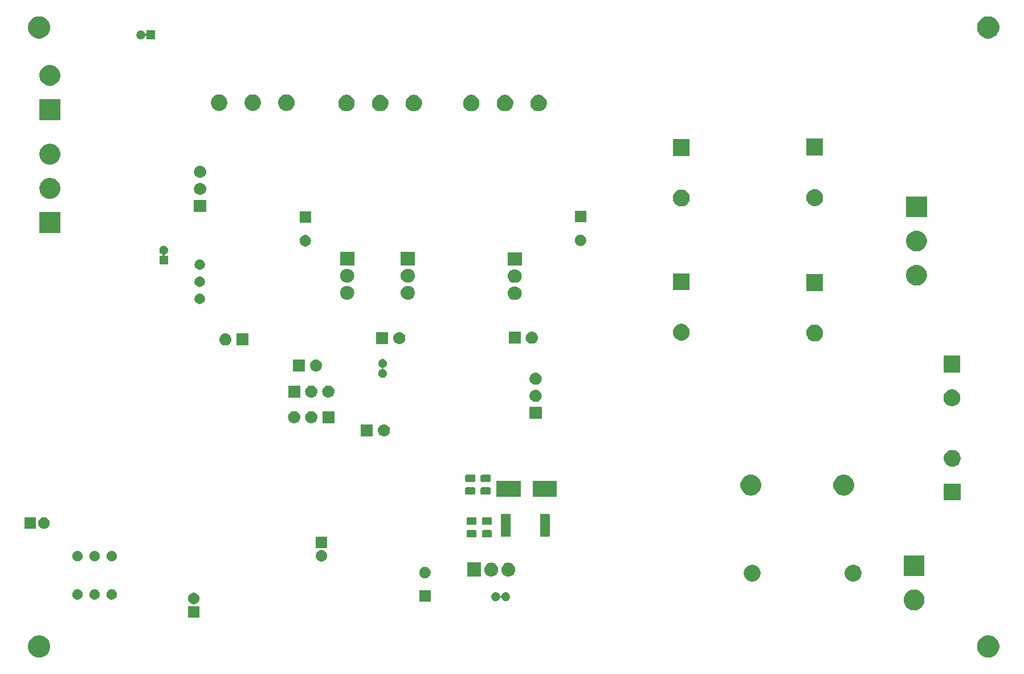
<source format=gbs>
G04 #@! TF.GenerationSoftware,KiCad,Pcbnew,(5.1.2)-2*
G04 #@! TF.CreationDate,2021-06-28T19:19:26-03:00*
G04 #@! TF.ProjectId,Amplificador_v2,416d706c-6966-4696-9361-646f725f7632,rev?*
G04 #@! TF.SameCoordinates,Original*
G04 #@! TF.FileFunction,Soldermask,Bot*
G04 #@! TF.FilePolarity,Negative*
%FSLAX46Y46*%
G04 Gerber Fmt 4.6, Leading zero omitted, Abs format (unit mm)*
G04 Created by KiCad (PCBNEW (5.1.2)-2) date 2021-06-28 19:19:26*
%MOMM*%
%LPD*%
G04 APERTURE LIST*
%ADD10C,0.100000*%
G04 APERTURE END LIST*
D10*
G36*
X191375256Y-173891298D02*
G01*
X191481579Y-173912447D01*
X191782042Y-174036903D01*
X192052451Y-174217585D01*
X192282415Y-174447549D01*
X192463097Y-174717958D01*
X192587553Y-175018421D01*
X192651000Y-175337391D01*
X192651000Y-175662609D01*
X192587553Y-175981579D01*
X192463097Y-176282042D01*
X192282415Y-176552451D01*
X192052451Y-176782415D01*
X191782042Y-176963097D01*
X191481579Y-177087553D01*
X191375256Y-177108702D01*
X191162611Y-177151000D01*
X190837389Y-177151000D01*
X190624744Y-177108702D01*
X190518421Y-177087553D01*
X190217958Y-176963097D01*
X189947549Y-176782415D01*
X189717585Y-176552451D01*
X189536903Y-176282042D01*
X189412447Y-175981579D01*
X189349000Y-175662609D01*
X189349000Y-175337391D01*
X189412447Y-175018421D01*
X189536903Y-174717958D01*
X189717585Y-174447549D01*
X189947549Y-174217585D01*
X190217958Y-174036903D01*
X190518421Y-173912447D01*
X190624744Y-173891298D01*
X190837389Y-173849000D01*
X191162611Y-173849000D01*
X191375256Y-173891298D01*
X191375256Y-173891298D01*
G37*
G36*
X50375256Y-173891298D02*
G01*
X50481579Y-173912447D01*
X50782042Y-174036903D01*
X51052451Y-174217585D01*
X51282415Y-174447549D01*
X51463097Y-174717958D01*
X51587553Y-175018421D01*
X51651000Y-175337391D01*
X51651000Y-175662609D01*
X51587553Y-175981579D01*
X51463097Y-176282042D01*
X51282415Y-176552451D01*
X51052451Y-176782415D01*
X50782042Y-176963097D01*
X50481579Y-177087553D01*
X50375256Y-177108702D01*
X50162611Y-177151000D01*
X49837389Y-177151000D01*
X49624744Y-177108702D01*
X49518421Y-177087553D01*
X49217958Y-176963097D01*
X48947549Y-176782415D01*
X48717585Y-176552451D01*
X48536903Y-176282042D01*
X48412447Y-175981579D01*
X48349000Y-175662609D01*
X48349000Y-175337391D01*
X48412447Y-175018421D01*
X48536903Y-174717958D01*
X48717585Y-174447549D01*
X48947549Y-174217585D01*
X49217958Y-174036903D01*
X49518421Y-173912447D01*
X49624744Y-173891298D01*
X49837389Y-173849000D01*
X50162611Y-173849000D01*
X50375256Y-173891298D01*
X50375256Y-173891298D01*
G37*
G36*
X73812500Y-171221500D02*
G01*
X72110500Y-171221500D01*
X72110500Y-169519500D01*
X73812500Y-169519500D01*
X73812500Y-171221500D01*
X73812500Y-171221500D01*
G37*
G36*
X180302585Y-167058802D02*
G01*
X180452410Y-167088604D01*
X180734674Y-167205521D01*
X180988705Y-167375259D01*
X181204741Y-167591295D01*
X181374479Y-167845326D01*
X181491396Y-168127590D01*
X181503353Y-168187703D01*
X181551000Y-168427239D01*
X181551000Y-168732761D01*
X181523303Y-168872000D01*
X181491396Y-169032410D01*
X181374479Y-169314674D01*
X181204741Y-169568705D01*
X180988705Y-169784741D01*
X180734674Y-169954479D01*
X180452410Y-170071396D01*
X180302585Y-170101198D01*
X180152761Y-170131000D01*
X179847239Y-170131000D01*
X179697415Y-170101198D01*
X179547590Y-170071396D01*
X179265326Y-169954479D01*
X179011295Y-169784741D01*
X178795259Y-169568705D01*
X178625521Y-169314674D01*
X178508604Y-169032410D01*
X178476697Y-168872000D01*
X178449000Y-168732761D01*
X178449000Y-168427239D01*
X178496647Y-168187703D01*
X178508604Y-168127590D01*
X178625521Y-167845326D01*
X178795259Y-167591295D01*
X179011295Y-167375259D01*
X179265326Y-167205521D01*
X179547590Y-167088604D01*
X179697415Y-167058802D01*
X179847239Y-167029000D01*
X180152761Y-167029000D01*
X180302585Y-167058802D01*
X180302585Y-167058802D01*
G37*
G36*
X73209728Y-167552203D02*
G01*
X73364600Y-167616353D01*
X73503981Y-167709485D01*
X73622515Y-167828019D01*
X73715647Y-167967400D01*
X73779797Y-168122272D01*
X73812500Y-168286684D01*
X73812500Y-168454316D01*
X73779797Y-168618728D01*
X73715647Y-168773600D01*
X73622515Y-168912981D01*
X73503981Y-169031515D01*
X73364600Y-169124647D01*
X73209728Y-169188797D01*
X73045316Y-169221500D01*
X72877684Y-169221500D01*
X72713272Y-169188797D01*
X72558400Y-169124647D01*
X72419019Y-169031515D01*
X72300485Y-168912981D01*
X72207353Y-168773600D01*
X72143203Y-168618728D01*
X72110500Y-168454316D01*
X72110500Y-168286684D01*
X72143203Y-168122272D01*
X72207353Y-167967400D01*
X72300485Y-167828019D01*
X72419019Y-167709485D01*
X72558400Y-167616353D01*
X72713272Y-167552203D01*
X72877684Y-167519500D01*
X73045316Y-167519500D01*
X73209728Y-167552203D01*
X73209728Y-167552203D01*
G37*
G36*
X108166000Y-168872000D02*
G01*
X106464000Y-168872000D01*
X106464000Y-167170000D01*
X108166000Y-167170000D01*
X108166000Y-168872000D01*
X108166000Y-168872000D01*
G37*
G36*
X118006390Y-167458517D02*
G01*
X118124864Y-167507591D01*
X118231488Y-167578835D01*
X118322165Y-167669512D01*
X118393409Y-167776136D01*
X118422070Y-167845328D01*
X118442483Y-167894611D01*
X118443903Y-167901749D01*
X118451016Y-167925198D01*
X118462567Y-167946809D01*
X118478112Y-167965751D01*
X118497054Y-167981297D01*
X118518664Y-167992848D01*
X118542113Y-167999961D01*
X118566499Y-168002363D01*
X118590885Y-167999961D01*
X118614334Y-167992848D01*
X118635945Y-167981297D01*
X118654887Y-167965752D01*
X118670433Y-167946810D01*
X118681984Y-167925200D01*
X118689097Y-167901749D01*
X118690517Y-167894611D01*
X118710931Y-167845328D01*
X118739591Y-167776136D01*
X118810835Y-167669512D01*
X118901512Y-167578835D01*
X119008136Y-167507591D01*
X119126610Y-167458517D01*
X119252381Y-167433500D01*
X119380619Y-167433500D01*
X119506390Y-167458517D01*
X119624864Y-167507591D01*
X119691630Y-167552203D01*
X119731488Y-167578835D01*
X119822165Y-167669512D01*
X119893410Y-167776138D01*
X119942483Y-167894610D01*
X119967500Y-168020381D01*
X119967500Y-168148619D01*
X119952866Y-168222190D01*
X119942483Y-168274390D01*
X119893409Y-168392864D01*
X119822165Y-168499488D01*
X119731488Y-168590165D01*
X119624864Y-168661409D01*
X119624863Y-168661410D01*
X119624862Y-168661410D01*
X119506390Y-168710483D01*
X119380619Y-168735500D01*
X119252381Y-168735500D01*
X119126610Y-168710483D01*
X119008138Y-168661410D01*
X119008137Y-168661410D01*
X119008136Y-168661409D01*
X118901512Y-168590165D01*
X118810835Y-168499488D01*
X118739591Y-168392864D01*
X118690517Y-168274390D01*
X118689097Y-168267251D01*
X118681984Y-168243802D01*
X118670433Y-168222191D01*
X118654888Y-168203249D01*
X118635946Y-168187703D01*
X118614336Y-168176152D01*
X118590887Y-168169039D01*
X118566501Y-168166637D01*
X118542115Y-168169039D01*
X118518666Y-168176152D01*
X118497055Y-168187703D01*
X118478113Y-168203248D01*
X118462567Y-168222190D01*
X118451016Y-168243800D01*
X118443903Y-168267251D01*
X118442483Y-168274390D01*
X118393409Y-168392864D01*
X118322165Y-168499488D01*
X118231488Y-168590165D01*
X118124864Y-168661409D01*
X118124863Y-168661410D01*
X118124862Y-168661410D01*
X118006390Y-168710483D01*
X117880619Y-168735500D01*
X117752381Y-168735500D01*
X117626610Y-168710483D01*
X117508138Y-168661410D01*
X117508137Y-168661410D01*
X117508136Y-168661409D01*
X117401512Y-168590165D01*
X117310835Y-168499488D01*
X117239591Y-168392864D01*
X117190517Y-168274390D01*
X117180134Y-168222190D01*
X117165500Y-168148619D01*
X117165500Y-168020381D01*
X117190517Y-167894610D01*
X117239590Y-167776138D01*
X117310835Y-167669512D01*
X117401512Y-167578835D01*
X117441370Y-167552203D01*
X117508136Y-167507591D01*
X117626610Y-167458517D01*
X117752381Y-167433500D01*
X117880619Y-167433500D01*
X118006390Y-167458517D01*
X118006390Y-167458517D01*
G37*
G36*
X60895089Y-167005876D02*
G01*
X60994393Y-167025629D01*
X61134706Y-167083748D01*
X61260984Y-167168125D01*
X61368375Y-167275516D01*
X61452752Y-167401794D01*
X61510871Y-167542107D01*
X61520655Y-167591295D01*
X61540500Y-167691062D01*
X61540500Y-167842938D01*
X61530624Y-167892589D01*
X61510871Y-167991893D01*
X61452752Y-168132206D01*
X61368375Y-168258484D01*
X61260984Y-168365875D01*
X61134706Y-168450252D01*
X60994393Y-168508371D01*
X60895089Y-168528124D01*
X60845438Y-168538000D01*
X60693562Y-168538000D01*
X60643911Y-168528124D01*
X60544607Y-168508371D01*
X60404294Y-168450252D01*
X60278016Y-168365875D01*
X60170625Y-168258484D01*
X60086248Y-168132206D01*
X60028129Y-167991893D01*
X60008376Y-167892589D01*
X59998500Y-167842938D01*
X59998500Y-167691062D01*
X60018345Y-167591295D01*
X60028129Y-167542107D01*
X60086248Y-167401794D01*
X60170625Y-167275516D01*
X60278016Y-167168125D01*
X60404294Y-167083748D01*
X60544607Y-167025629D01*
X60643911Y-167005876D01*
X60693562Y-166996000D01*
X60845438Y-166996000D01*
X60895089Y-167005876D01*
X60895089Y-167005876D01*
G37*
G36*
X58355089Y-167005876D02*
G01*
X58454393Y-167025629D01*
X58594706Y-167083748D01*
X58720984Y-167168125D01*
X58828375Y-167275516D01*
X58912752Y-167401794D01*
X58970871Y-167542107D01*
X58980655Y-167591295D01*
X59000500Y-167691062D01*
X59000500Y-167842938D01*
X58990624Y-167892589D01*
X58970871Y-167991893D01*
X58912752Y-168132206D01*
X58828375Y-168258484D01*
X58720984Y-168365875D01*
X58594706Y-168450252D01*
X58454393Y-168508371D01*
X58355089Y-168528124D01*
X58305438Y-168538000D01*
X58153562Y-168538000D01*
X58103911Y-168528124D01*
X58004607Y-168508371D01*
X57864294Y-168450252D01*
X57738016Y-168365875D01*
X57630625Y-168258484D01*
X57546248Y-168132206D01*
X57488129Y-167991893D01*
X57468376Y-167892589D01*
X57458500Y-167842938D01*
X57458500Y-167691062D01*
X57478345Y-167591295D01*
X57488129Y-167542107D01*
X57546248Y-167401794D01*
X57630625Y-167275516D01*
X57738016Y-167168125D01*
X57864294Y-167083748D01*
X58004607Y-167025629D01*
X58103911Y-167005876D01*
X58153562Y-166996000D01*
X58305438Y-166996000D01*
X58355089Y-167005876D01*
X58355089Y-167005876D01*
G37*
G36*
X55815089Y-167005876D02*
G01*
X55914393Y-167025629D01*
X56054706Y-167083748D01*
X56180984Y-167168125D01*
X56288375Y-167275516D01*
X56372752Y-167401794D01*
X56430871Y-167542107D01*
X56440655Y-167591295D01*
X56460500Y-167691062D01*
X56460500Y-167842938D01*
X56450624Y-167892589D01*
X56430871Y-167991893D01*
X56372752Y-168132206D01*
X56288375Y-168258484D01*
X56180984Y-168365875D01*
X56054706Y-168450252D01*
X55914393Y-168508371D01*
X55815089Y-168528124D01*
X55765438Y-168538000D01*
X55613562Y-168538000D01*
X55563911Y-168528124D01*
X55464607Y-168508371D01*
X55324294Y-168450252D01*
X55198016Y-168365875D01*
X55090625Y-168258484D01*
X55006248Y-168132206D01*
X54948129Y-167991893D01*
X54928376Y-167892589D01*
X54918500Y-167842938D01*
X54918500Y-167691062D01*
X54938345Y-167591295D01*
X54948129Y-167542107D01*
X55006248Y-167401794D01*
X55090625Y-167275516D01*
X55198016Y-167168125D01*
X55324294Y-167083748D01*
X55464607Y-167025629D01*
X55563911Y-167005876D01*
X55613562Y-166996000D01*
X55765438Y-166996000D01*
X55815089Y-167005876D01*
X55815089Y-167005876D01*
G37*
G36*
X156306903Y-163389075D02*
G01*
X156517455Y-163476288D01*
X156534571Y-163483378D01*
X156739466Y-163620285D01*
X156913715Y-163794534D01*
X157042455Y-163987207D01*
X157050623Y-163999431D01*
X157144925Y-164227097D01*
X157193000Y-164468786D01*
X157193000Y-164715214D01*
X157144925Y-164956903D01*
X157100780Y-165063480D01*
X157050622Y-165184571D01*
X156913715Y-165389466D01*
X156739466Y-165563715D01*
X156534571Y-165700622D01*
X156534570Y-165700623D01*
X156534569Y-165700623D01*
X156306903Y-165794925D01*
X156065214Y-165843000D01*
X155818786Y-165843000D01*
X155577097Y-165794925D01*
X155349431Y-165700623D01*
X155349430Y-165700623D01*
X155349429Y-165700622D01*
X155144534Y-165563715D01*
X154970285Y-165389466D01*
X154833378Y-165184571D01*
X154783221Y-165063480D01*
X154739075Y-164956903D01*
X154691000Y-164715214D01*
X154691000Y-164468786D01*
X154739075Y-164227097D01*
X154833377Y-163999431D01*
X154841545Y-163987207D01*
X154970285Y-163794534D01*
X155144534Y-163620285D01*
X155349429Y-163483378D01*
X155366546Y-163476288D01*
X155577097Y-163389075D01*
X155818786Y-163341000D01*
X156065214Y-163341000D01*
X156306903Y-163389075D01*
X156306903Y-163389075D01*
G37*
G36*
X171306903Y-163389075D02*
G01*
X171517455Y-163476288D01*
X171534571Y-163483378D01*
X171739466Y-163620285D01*
X171913715Y-163794534D01*
X172042455Y-163987207D01*
X172050623Y-163999431D01*
X172144925Y-164227097D01*
X172193000Y-164468786D01*
X172193000Y-164715214D01*
X172144925Y-164956903D01*
X172100780Y-165063480D01*
X172050622Y-165184571D01*
X171913715Y-165389466D01*
X171739466Y-165563715D01*
X171534571Y-165700622D01*
X171534570Y-165700623D01*
X171534569Y-165700623D01*
X171306903Y-165794925D01*
X171065214Y-165843000D01*
X170818786Y-165843000D01*
X170577097Y-165794925D01*
X170349431Y-165700623D01*
X170349430Y-165700623D01*
X170349429Y-165700622D01*
X170144534Y-165563715D01*
X169970285Y-165389466D01*
X169833378Y-165184571D01*
X169783221Y-165063480D01*
X169739075Y-164956903D01*
X169691000Y-164715214D01*
X169691000Y-164468786D01*
X169739075Y-164227097D01*
X169833377Y-163999431D01*
X169841545Y-163987207D01*
X169970285Y-163794534D01*
X170144534Y-163620285D01*
X170349429Y-163483378D01*
X170366546Y-163476288D01*
X170577097Y-163389075D01*
X170818786Y-163341000D01*
X171065214Y-163341000D01*
X171306903Y-163389075D01*
X171306903Y-163389075D01*
G37*
G36*
X107563228Y-163702703D02*
G01*
X107718100Y-163766853D01*
X107857481Y-163859985D01*
X107976015Y-163978519D01*
X108069147Y-164117900D01*
X108133297Y-164272772D01*
X108166000Y-164437184D01*
X108166000Y-164604816D01*
X108133297Y-164769228D01*
X108069147Y-164924100D01*
X107976015Y-165063481D01*
X107857481Y-165182015D01*
X107718100Y-165275147D01*
X107563228Y-165339297D01*
X107398816Y-165372000D01*
X107231184Y-165372000D01*
X107066772Y-165339297D01*
X106911900Y-165275147D01*
X106772519Y-165182015D01*
X106653985Y-165063481D01*
X106560853Y-164924100D01*
X106496703Y-164769228D01*
X106464000Y-164604816D01*
X106464000Y-164437184D01*
X106496703Y-164272772D01*
X106560853Y-164117900D01*
X106653985Y-163978519D01*
X106772519Y-163859985D01*
X106911900Y-163766853D01*
X107066772Y-163702703D01*
X107231184Y-163670000D01*
X107398816Y-163670000D01*
X107563228Y-163702703D01*
X107563228Y-163702703D01*
G37*
G36*
X119894219Y-163047520D02*
G01*
X120083380Y-163104901D01*
X120083383Y-163104902D01*
X120175833Y-163154318D01*
X120257712Y-163198083D01*
X120410515Y-163323485D01*
X120535917Y-163476288D01*
X120629099Y-163650619D01*
X120686480Y-163839780D01*
X120701000Y-163987206D01*
X120701000Y-164180793D01*
X120686480Y-164328219D01*
X120643840Y-164468786D01*
X120629098Y-164517383D01*
X120582364Y-164604815D01*
X120535917Y-164691712D01*
X120410515Y-164844515D01*
X120257712Y-164969917D01*
X120083381Y-165063099D01*
X119894220Y-165120480D01*
X119697500Y-165139855D01*
X119500781Y-165120480D01*
X119311620Y-165063099D01*
X119137288Y-164969917D01*
X118984485Y-164844515D01*
X118859083Y-164691712D01*
X118765901Y-164517381D01*
X118708520Y-164328220D01*
X118694000Y-164180794D01*
X118694000Y-163987207D01*
X118708520Y-163839781D01*
X118765901Y-163650620D01*
X118765902Y-163650617D01*
X118815318Y-163558167D01*
X118859083Y-163476288D01*
X118984485Y-163323485D01*
X119137288Y-163198083D01*
X119311619Y-163104901D01*
X119500780Y-163047520D01*
X119697500Y-163028145D01*
X119894219Y-163047520D01*
X119894219Y-163047520D01*
G37*
G36*
X117354219Y-163047520D02*
G01*
X117543380Y-163104901D01*
X117543383Y-163104902D01*
X117635833Y-163154318D01*
X117717712Y-163198083D01*
X117870515Y-163323485D01*
X117995917Y-163476288D01*
X118089099Y-163650619D01*
X118146480Y-163839780D01*
X118161000Y-163987206D01*
X118161000Y-164180793D01*
X118146480Y-164328219D01*
X118103840Y-164468786D01*
X118089098Y-164517383D01*
X118042364Y-164604815D01*
X117995917Y-164691712D01*
X117870515Y-164844515D01*
X117717712Y-164969917D01*
X117543381Y-165063099D01*
X117354220Y-165120480D01*
X117157500Y-165139855D01*
X116960781Y-165120480D01*
X116771620Y-165063099D01*
X116597288Y-164969917D01*
X116444485Y-164844515D01*
X116319083Y-164691712D01*
X116225901Y-164517381D01*
X116168520Y-164328220D01*
X116154000Y-164180794D01*
X116154000Y-163987207D01*
X116168520Y-163839781D01*
X116225901Y-163650620D01*
X116225902Y-163650617D01*
X116275318Y-163558167D01*
X116319083Y-163476288D01*
X116444485Y-163323485D01*
X116597288Y-163198083D01*
X116771619Y-163104901D01*
X116960780Y-163047520D01*
X117157500Y-163028145D01*
X117354219Y-163047520D01*
X117354219Y-163047520D01*
G37*
G36*
X115621000Y-165135000D02*
G01*
X113614000Y-165135000D01*
X113614000Y-163033000D01*
X115621000Y-163033000D01*
X115621000Y-165135000D01*
X115621000Y-165135000D01*
G37*
G36*
X181551000Y-165051000D02*
G01*
X178449000Y-165051000D01*
X178449000Y-161949000D01*
X181551000Y-161949000D01*
X181551000Y-165051000D01*
X181551000Y-165051000D01*
G37*
G36*
X92196228Y-161201703D02*
G01*
X92351100Y-161265853D01*
X92490481Y-161358985D01*
X92609015Y-161477519D01*
X92702147Y-161616900D01*
X92766297Y-161771772D01*
X92799000Y-161936184D01*
X92799000Y-162103816D01*
X92766297Y-162268228D01*
X92702147Y-162423100D01*
X92609015Y-162562481D01*
X92490481Y-162681015D01*
X92351100Y-162774147D01*
X92196228Y-162838297D01*
X92031816Y-162871000D01*
X91864184Y-162871000D01*
X91699772Y-162838297D01*
X91544900Y-162774147D01*
X91405519Y-162681015D01*
X91286985Y-162562481D01*
X91193853Y-162423100D01*
X91129703Y-162268228D01*
X91097000Y-162103816D01*
X91097000Y-161936184D01*
X91129703Y-161771772D01*
X91193853Y-161616900D01*
X91286985Y-161477519D01*
X91405519Y-161358985D01*
X91544900Y-161265853D01*
X91699772Y-161201703D01*
X91864184Y-161169000D01*
X92031816Y-161169000D01*
X92196228Y-161201703D01*
X92196228Y-161201703D01*
G37*
G36*
X60895089Y-161290876D02*
G01*
X60994393Y-161310629D01*
X61134706Y-161368748D01*
X61260984Y-161453125D01*
X61368375Y-161560516D01*
X61452752Y-161686794D01*
X61510871Y-161827107D01*
X61540500Y-161976063D01*
X61540500Y-162127937D01*
X61510871Y-162276893D01*
X61452752Y-162417206D01*
X61368375Y-162543484D01*
X61260984Y-162650875D01*
X61134706Y-162735252D01*
X60994393Y-162793371D01*
X60895089Y-162813124D01*
X60845438Y-162823000D01*
X60693562Y-162823000D01*
X60643911Y-162813124D01*
X60544607Y-162793371D01*
X60404294Y-162735252D01*
X60278016Y-162650875D01*
X60170625Y-162543484D01*
X60086248Y-162417206D01*
X60028129Y-162276893D01*
X59998500Y-162127937D01*
X59998500Y-161976063D01*
X60028129Y-161827107D01*
X60086248Y-161686794D01*
X60170625Y-161560516D01*
X60278016Y-161453125D01*
X60404294Y-161368748D01*
X60544607Y-161310629D01*
X60643911Y-161290876D01*
X60693562Y-161281000D01*
X60845438Y-161281000D01*
X60895089Y-161290876D01*
X60895089Y-161290876D01*
G37*
G36*
X58355089Y-161290876D02*
G01*
X58454393Y-161310629D01*
X58594706Y-161368748D01*
X58720984Y-161453125D01*
X58828375Y-161560516D01*
X58912752Y-161686794D01*
X58970871Y-161827107D01*
X59000500Y-161976063D01*
X59000500Y-162127937D01*
X58970871Y-162276893D01*
X58912752Y-162417206D01*
X58828375Y-162543484D01*
X58720984Y-162650875D01*
X58594706Y-162735252D01*
X58454393Y-162793371D01*
X58355089Y-162813124D01*
X58305438Y-162823000D01*
X58153562Y-162823000D01*
X58103911Y-162813124D01*
X58004607Y-162793371D01*
X57864294Y-162735252D01*
X57738016Y-162650875D01*
X57630625Y-162543484D01*
X57546248Y-162417206D01*
X57488129Y-162276893D01*
X57458500Y-162127937D01*
X57458500Y-161976063D01*
X57488129Y-161827107D01*
X57546248Y-161686794D01*
X57630625Y-161560516D01*
X57738016Y-161453125D01*
X57864294Y-161368748D01*
X58004607Y-161310629D01*
X58103911Y-161290876D01*
X58153562Y-161281000D01*
X58305438Y-161281000D01*
X58355089Y-161290876D01*
X58355089Y-161290876D01*
G37*
G36*
X55815089Y-161290876D02*
G01*
X55914393Y-161310629D01*
X56054706Y-161368748D01*
X56180984Y-161453125D01*
X56288375Y-161560516D01*
X56372752Y-161686794D01*
X56430871Y-161827107D01*
X56460500Y-161976063D01*
X56460500Y-162127937D01*
X56430871Y-162276893D01*
X56372752Y-162417206D01*
X56288375Y-162543484D01*
X56180984Y-162650875D01*
X56054706Y-162735252D01*
X55914393Y-162793371D01*
X55815089Y-162813124D01*
X55765438Y-162823000D01*
X55613562Y-162823000D01*
X55563911Y-162813124D01*
X55464607Y-162793371D01*
X55324294Y-162735252D01*
X55198016Y-162650875D01*
X55090625Y-162543484D01*
X55006248Y-162417206D01*
X54948129Y-162276893D01*
X54918500Y-162127937D01*
X54918500Y-161976063D01*
X54948129Y-161827107D01*
X55006248Y-161686794D01*
X55090625Y-161560516D01*
X55198016Y-161453125D01*
X55324294Y-161368748D01*
X55464607Y-161310629D01*
X55563911Y-161290876D01*
X55613562Y-161281000D01*
X55765438Y-161281000D01*
X55815089Y-161290876D01*
X55815089Y-161290876D01*
G37*
G36*
X92799000Y-160871000D02*
G01*
X91097000Y-160871000D01*
X91097000Y-159169000D01*
X92799000Y-159169000D01*
X92799000Y-160871000D01*
X92799000Y-160871000D01*
G37*
G36*
X117106968Y-158201065D02*
G01*
X117145638Y-158212796D01*
X117181277Y-158231846D01*
X117212517Y-158257483D01*
X117238154Y-158288723D01*
X117257204Y-158324362D01*
X117268935Y-158363032D01*
X117273500Y-158409388D01*
X117273500Y-159060612D01*
X117268935Y-159106968D01*
X117257204Y-159145638D01*
X117238154Y-159181277D01*
X117212517Y-159212517D01*
X117181277Y-159238154D01*
X117145638Y-159257204D01*
X117106968Y-159268935D01*
X117060612Y-159273500D01*
X115984388Y-159273500D01*
X115938032Y-159268935D01*
X115899362Y-159257204D01*
X115863723Y-159238154D01*
X115832483Y-159212517D01*
X115806846Y-159181277D01*
X115787796Y-159145638D01*
X115776065Y-159106968D01*
X115771500Y-159060612D01*
X115771500Y-158409388D01*
X115776065Y-158363032D01*
X115787796Y-158324362D01*
X115806846Y-158288723D01*
X115832483Y-158257483D01*
X115863723Y-158231846D01*
X115899362Y-158212796D01*
X115938032Y-158201065D01*
X115984388Y-158196500D01*
X117060612Y-158196500D01*
X117106968Y-158201065D01*
X117106968Y-158201065D01*
G37*
G36*
X114820968Y-158201065D02*
G01*
X114859638Y-158212796D01*
X114895277Y-158231846D01*
X114926517Y-158257483D01*
X114952154Y-158288723D01*
X114971204Y-158324362D01*
X114982935Y-158363032D01*
X114987500Y-158409388D01*
X114987500Y-159060612D01*
X114982935Y-159106968D01*
X114971204Y-159145638D01*
X114952154Y-159181277D01*
X114926517Y-159212517D01*
X114895277Y-159238154D01*
X114859638Y-159257204D01*
X114820968Y-159268935D01*
X114774612Y-159273500D01*
X113698388Y-159273500D01*
X113652032Y-159268935D01*
X113613362Y-159257204D01*
X113577723Y-159238154D01*
X113546483Y-159212517D01*
X113520846Y-159181277D01*
X113501796Y-159145638D01*
X113490065Y-159106968D01*
X113485500Y-159060612D01*
X113485500Y-158409388D01*
X113490065Y-158363032D01*
X113501796Y-158324362D01*
X113520846Y-158288723D01*
X113546483Y-158257483D01*
X113577723Y-158231846D01*
X113613362Y-158212796D01*
X113652032Y-158201065D01*
X113698388Y-158196500D01*
X114774612Y-158196500D01*
X114820968Y-158201065D01*
X114820968Y-158201065D01*
G37*
G36*
X119910298Y-155758247D02*
G01*
X119945867Y-155769037D01*
X119978639Y-155786554D01*
X120007369Y-155810131D01*
X120030946Y-155838861D01*
X120048463Y-155871633D01*
X120059253Y-155907202D01*
X120063500Y-155950325D01*
X120063500Y-159009675D01*
X120059253Y-159052798D01*
X120048463Y-159088367D01*
X120030946Y-159121139D01*
X120007369Y-159149869D01*
X119978639Y-159173446D01*
X119945867Y-159190963D01*
X119910298Y-159201753D01*
X119867175Y-159206000D01*
X118807825Y-159206000D01*
X118764702Y-159201753D01*
X118729133Y-159190963D01*
X118696361Y-159173446D01*
X118667631Y-159149869D01*
X118644054Y-159121139D01*
X118626537Y-159088367D01*
X118615747Y-159052798D01*
X118611500Y-159009675D01*
X118611500Y-155950325D01*
X118615747Y-155907202D01*
X118626537Y-155871633D01*
X118644054Y-155838861D01*
X118667631Y-155810131D01*
X118696361Y-155786554D01*
X118729133Y-155769037D01*
X118764702Y-155758247D01*
X118807825Y-155754000D01*
X119867175Y-155754000D01*
X119910298Y-155758247D01*
X119910298Y-155758247D01*
G37*
G36*
X125710298Y-155758247D02*
G01*
X125745867Y-155769037D01*
X125778639Y-155786554D01*
X125807369Y-155810131D01*
X125830946Y-155838861D01*
X125848463Y-155871633D01*
X125859253Y-155907202D01*
X125863500Y-155950325D01*
X125863500Y-159009675D01*
X125859253Y-159052798D01*
X125848463Y-159088367D01*
X125830946Y-159121139D01*
X125807369Y-159149869D01*
X125778639Y-159173446D01*
X125745867Y-159190963D01*
X125710298Y-159201753D01*
X125667175Y-159206000D01*
X124607825Y-159206000D01*
X124564702Y-159201753D01*
X124529133Y-159190963D01*
X124496361Y-159173446D01*
X124467631Y-159149869D01*
X124444054Y-159121139D01*
X124426537Y-159088367D01*
X124415747Y-159052798D01*
X124411500Y-159009675D01*
X124411500Y-155950325D01*
X124415747Y-155907202D01*
X124426537Y-155871633D01*
X124444054Y-155838861D01*
X124467631Y-155810131D01*
X124496361Y-155786554D01*
X124529133Y-155769037D01*
X124564702Y-155758247D01*
X124607825Y-155754000D01*
X125667175Y-155754000D01*
X125710298Y-155758247D01*
X125710298Y-155758247D01*
G37*
G36*
X50952728Y-156344203D02*
G01*
X51107600Y-156408353D01*
X51246981Y-156501485D01*
X51365515Y-156620019D01*
X51458647Y-156759400D01*
X51522797Y-156914272D01*
X51555500Y-157078684D01*
X51555500Y-157246316D01*
X51522797Y-157410728D01*
X51458647Y-157565600D01*
X51365515Y-157704981D01*
X51246981Y-157823515D01*
X51107600Y-157916647D01*
X50952728Y-157980797D01*
X50788316Y-158013500D01*
X50620684Y-158013500D01*
X50456272Y-157980797D01*
X50301400Y-157916647D01*
X50162019Y-157823515D01*
X50043485Y-157704981D01*
X49950353Y-157565600D01*
X49886203Y-157410728D01*
X49853500Y-157246316D01*
X49853500Y-157078684D01*
X49886203Y-156914272D01*
X49950353Y-156759400D01*
X50043485Y-156620019D01*
X50162019Y-156501485D01*
X50301400Y-156408353D01*
X50456272Y-156344203D01*
X50620684Y-156311500D01*
X50788316Y-156311500D01*
X50952728Y-156344203D01*
X50952728Y-156344203D01*
G37*
G36*
X49555500Y-158013500D02*
G01*
X47853500Y-158013500D01*
X47853500Y-156311500D01*
X49555500Y-156311500D01*
X49555500Y-158013500D01*
X49555500Y-158013500D01*
G37*
G36*
X117106968Y-156326065D02*
G01*
X117145638Y-156337796D01*
X117181277Y-156356846D01*
X117212517Y-156382483D01*
X117238154Y-156413723D01*
X117257204Y-156449362D01*
X117268935Y-156488032D01*
X117273500Y-156534388D01*
X117273500Y-157185612D01*
X117268935Y-157231968D01*
X117257204Y-157270638D01*
X117238154Y-157306277D01*
X117212517Y-157337517D01*
X117181277Y-157363154D01*
X117145638Y-157382204D01*
X117106968Y-157393935D01*
X117060612Y-157398500D01*
X115984388Y-157398500D01*
X115938032Y-157393935D01*
X115899362Y-157382204D01*
X115863723Y-157363154D01*
X115832483Y-157337517D01*
X115806846Y-157306277D01*
X115787796Y-157270638D01*
X115776065Y-157231968D01*
X115771500Y-157185612D01*
X115771500Y-156534388D01*
X115776065Y-156488032D01*
X115787796Y-156449362D01*
X115806846Y-156413723D01*
X115832483Y-156382483D01*
X115863723Y-156356846D01*
X115899362Y-156337796D01*
X115938032Y-156326065D01*
X115984388Y-156321500D01*
X117060612Y-156321500D01*
X117106968Y-156326065D01*
X117106968Y-156326065D01*
G37*
G36*
X114820968Y-156326065D02*
G01*
X114859638Y-156337796D01*
X114895277Y-156356846D01*
X114926517Y-156382483D01*
X114952154Y-156413723D01*
X114971204Y-156449362D01*
X114982935Y-156488032D01*
X114987500Y-156534388D01*
X114987500Y-157185612D01*
X114982935Y-157231968D01*
X114971204Y-157270638D01*
X114952154Y-157306277D01*
X114926517Y-157337517D01*
X114895277Y-157363154D01*
X114859638Y-157382204D01*
X114820968Y-157393935D01*
X114774612Y-157398500D01*
X113698388Y-157398500D01*
X113652032Y-157393935D01*
X113613362Y-157382204D01*
X113577723Y-157363154D01*
X113546483Y-157337517D01*
X113520846Y-157306277D01*
X113501796Y-157270638D01*
X113490065Y-157231968D01*
X113485500Y-157185612D01*
X113485500Y-156534388D01*
X113490065Y-156488032D01*
X113501796Y-156449362D01*
X113520846Y-156413723D01*
X113546483Y-156382483D01*
X113577723Y-156356846D01*
X113613362Y-156337796D01*
X113652032Y-156326065D01*
X113698388Y-156321500D01*
X114774612Y-156321500D01*
X114820968Y-156326065D01*
X114820968Y-156326065D01*
G37*
G36*
X186925000Y-153778000D02*
G01*
X184423000Y-153778000D01*
X184423000Y-151276000D01*
X186925000Y-151276000D01*
X186925000Y-153778000D01*
X186925000Y-153778000D01*
G37*
G36*
X126929000Y-153283500D02*
G01*
X123327000Y-153283500D01*
X123327000Y-150881500D01*
X126929000Y-150881500D01*
X126929000Y-153283500D01*
X126929000Y-153283500D01*
G37*
G36*
X121529000Y-153283500D02*
G01*
X117927000Y-153283500D01*
X117927000Y-150881500D01*
X121529000Y-150881500D01*
X121529000Y-153283500D01*
X121529000Y-153283500D01*
G37*
G36*
X156038826Y-149976065D02*
G01*
X156202411Y-150008604D01*
X156484675Y-150125521D01*
X156738706Y-150295259D01*
X156954742Y-150511295D01*
X157124480Y-150765326D01*
X157241397Y-151047590D01*
X157301001Y-151347240D01*
X157301001Y-151652760D01*
X157241397Y-151952410D01*
X157124480Y-152234674D01*
X156954742Y-152488705D01*
X156738706Y-152704741D01*
X156484675Y-152874479D01*
X156202411Y-152991396D01*
X156052586Y-153021198D01*
X155902762Y-153051000D01*
X155597240Y-153051000D01*
X155447416Y-153021198D01*
X155297591Y-152991396D01*
X155015327Y-152874479D01*
X154761296Y-152704741D01*
X154545260Y-152488705D01*
X154375522Y-152234674D01*
X154258605Y-151952410D01*
X154199001Y-151652760D01*
X154199001Y-151347240D01*
X154258605Y-151047590D01*
X154375522Y-150765326D01*
X154545260Y-150511295D01*
X154761296Y-150295259D01*
X155015327Y-150125521D01*
X155297591Y-150008604D01*
X155461176Y-149976065D01*
X155597240Y-149949000D01*
X155902762Y-149949000D01*
X156038826Y-149976065D01*
X156038826Y-149976065D01*
G37*
G36*
X169838827Y-149976065D02*
G01*
X170002412Y-150008604D01*
X170284676Y-150125521D01*
X170538707Y-150295259D01*
X170754743Y-150511295D01*
X170924481Y-150765326D01*
X171041398Y-151047590D01*
X171101002Y-151347240D01*
X171101002Y-151652760D01*
X171041398Y-151952410D01*
X170924481Y-152234674D01*
X170754743Y-152488705D01*
X170538707Y-152704741D01*
X170284676Y-152874479D01*
X170002412Y-152991396D01*
X169852587Y-153021198D01*
X169702763Y-153051000D01*
X169397241Y-153051000D01*
X169247417Y-153021198D01*
X169097592Y-152991396D01*
X168815328Y-152874479D01*
X168561297Y-152704741D01*
X168345261Y-152488705D01*
X168175523Y-152234674D01*
X168058606Y-151952410D01*
X167999002Y-151652760D01*
X167999002Y-151347240D01*
X168058606Y-151047590D01*
X168175523Y-150765326D01*
X168345261Y-150511295D01*
X168561297Y-150295259D01*
X168815328Y-150125521D01*
X169097592Y-150008604D01*
X169261177Y-149976065D01*
X169397241Y-149949000D01*
X169702763Y-149949000D01*
X169838827Y-149976065D01*
X169838827Y-149976065D01*
G37*
G36*
X116916468Y-151851065D02*
G01*
X116955138Y-151862796D01*
X116990777Y-151881846D01*
X117022017Y-151907483D01*
X117047654Y-151938723D01*
X117066704Y-151974362D01*
X117078435Y-152013032D01*
X117083000Y-152059388D01*
X117083000Y-152710612D01*
X117078435Y-152756968D01*
X117066704Y-152795638D01*
X117047654Y-152831277D01*
X117022017Y-152862517D01*
X116990777Y-152888154D01*
X116955138Y-152907204D01*
X116916468Y-152918935D01*
X116870112Y-152923500D01*
X115793888Y-152923500D01*
X115747532Y-152918935D01*
X115708862Y-152907204D01*
X115673223Y-152888154D01*
X115641983Y-152862517D01*
X115616346Y-152831277D01*
X115597296Y-152795638D01*
X115585565Y-152756968D01*
X115581000Y-152710612D01*
X115581000Y-152059388D01*
X115585565Y-152013032D01*
X115597296Y-151974362D01*
X115616346Y-151938723D01*
X115641983Y-151907483D01*
X115673223Y-151881846D01*
X115708862Y-151862796D01*
X115747532Y-151851065D01*
X115793888Y-151846500D01*
X116870112Y-151846500D01*
X116916468Y-151851065D01*
X116916468Y-151851065D01*
G37*
G36*
X114630468Y-151851065D02*
G01*
X114669138Y-151862796D01*
X114704777Y-151881846D01*
X114736017Y-151907483D01*
X114761654Y-151938723D01*
X114780704Y-151974362D01*
X114792435Y-152013032D01*
X114797000Y-152059388D01*
X114797000Y-152710612D01*
X114792435Y-152756968D01*
X114780704Y-152795638D01*
X114761654Y-152831277D01*
X114736017Y-152862517D01*
X114704777Y-152888154D01*
X114669138Y-152907204D01*
X114630468Y-152918935D01*
X114584112Y-152923500D01*
X113507888Y-152923500D01*
X113461532Y-152918935D01*
X113422862Y-152907204D01*
X113387223Y-152888154D01*
X113355983Y-152862517D01*
X113330346Y-152831277D01*
X113311296Y-152795638D01*
X113299565Y-152756968D01*
X113295000Y-152710612D01*
X113295000Y-152059388D01*
X113299565Y-152013032D01*
X113311296Y-151974362D01*
X113330346Y-151938723D01*
X113355983Y-151907483D01*
X113387223Y-151881846D01*
X113422862Y-151862796D01*
X113461532Y-151851065D01*
X113507888Y-151846500D01*
X114584112Y-151846500D01*
X114630468Y-151851065D01*
X114630468Y-151851065D01*
G37*
G36*
X116916468Y-149976065D02*
G01*
X116955138Y-149987796D01*
X116990777Y-150006846D01*
X117022017Y-150032483D01*
X117047654Y-150063723D01*
X117066704Y-150099362D01*
X117078435Y-150138032D01*
X117083000Y-150184388D01*
X117083000Y-150835612D01*
X117078435Y-150881968D01*
X117066704Y-150920638D01*
X117047654Y-150956277D01*
X117022017Y-150987517D01*
X116990777Y-151013154D01*
X116955138Y-151032204D01*
X116916468Y-151043935D01*
X116870112Y-151048500D01*
X115793888Y-151048500D01*
X115747532Y-151043935D01*
X115708862Y-151032204D01*
X115673223Y-151013154D01*
X115641983Y-150987517D01*
X115616346Y-150956277D01*
X115597296Y-150920638D01*
X115585565Y-150881968D01*
X115581000Y-150835612D01*
X115581000Y-150184388D01*
X115585565Y-150138032D01*
X115597296Y-150099362D01*
X115616346Y-150063723D01*
X115641983Y-150032483D01*
X115673223Y-150006846D01*
X115708862Y-149987796D01*
X115747532Y-149976065D01*
X115793888Y-149971500D01*
X116870112Y-149971500D01*
X116916468Y-149976065D01*
X116916468Y-149976065D01*
G37*
G36*
X114630468Y-149976065D02*
G01*
X114669138Y-149987796D01*
X114704777Y-150006846D01*
X114736017Y-150032483D01*
X114761654Y-150063723D01*
X114780704Y-150099362D01*
X114792435Y-150138032D01*
X114797000Y-150184388D01*
X114797000Y-150835612D01*
X114792435Y-150881968D01*
X114780704Y-150920638D01*
X114761654Y-150956277D01*
X114736017Y-150987517D01*
X114704777Y-151013154D01*
X114669138Y-151032204D01*
X114630468Y-151043935D01*
X114584112Y-151048500D01*
X113507888Y-151048500D01*
X113461532Y-151043935D01*
X113422862Y-151032204D01*
X113387223Y-151013154D01*
X113355983Y-150987517D01*
X113330346Y-150956277D01*
X113311296Y-150920638D01*
X113299565Y-150881968D01*
X113295000Y-150835612D01*
X113295000Y-150184388D01*
X113299565Y-150138032D01*
X113311296Y-150099362D01*
X113330346Y-150063723D01*
X113355983Y-150032483D01*
X113387223Y-150006846D01*
X113422862Y-149987796D01*
X113461532Y-149976065D01*
X113507888Y-149971500D01*
X114584112Y-149971500D01*
X114630468Y-149976065D01*
X114630468Y-149976065D01*
G37*
G36*
X186038903Y-146324075D02*
G01*
X186266571Y-146418378D01*
X186471466Y-146555285D01*
X186645715Y-146729534D01*
X186782622Y-146934429D01*
X186876925Y-147162097D01*
X186925000Y-147403787D01*
X186925000Y-147650213D01*
X186876925Y-147891903D01*
X186782622Y-148119571D01*
X186645715Y-148324466D01*
X186471466Y-148498715D01*
X186266571Y-148635622D01*
X186266570Y-148635623D01*
X186266569Y-148635623D01*
X186038903Y-148729925D01*
X185797214Y-148778000D01*
X185550786Y-148778000D01*
X185309097Y-148729925D01*
X185081431Y-148635623D01*
X185081430Y-148635623D01*
X185081429Y-148635622D01*
X184876534Y-148498715D01*
X184702285Y-148324466D01*
X184565378Y-148119571D01*
X184471075Y-147891903D01*
X184423000Y-147650213D01*
X184423000Y-147403787D01*
X184471075Y-147162097D01*
X184565378Y-146934429D01*
X184702285Y-146729534D01*
X184876534Y-146555285D01*
X185081429Y-146418378D01*
X185309097Y-146324075D01*
X185550786Y-146276000D01*
X185797214Y-146276000D01*
X186038903Y-146324075D01*
X186038903Y-146324075D01*
G37*
G36*
X99580000Y-144284000D02*
G01*
X97778000Y-144284000D01*
X97778000Y-142482000D01*
X99580000Y-142482000D01*
X99580000Y-144284000D01*
X99580000Y-144284000D01*
G37*
G36*
X101329442Y-142488518D02*
G01*
X101395627Y-142495037D01*
X101565466Y-142546557D01*
X101721991Y-142630222D01*
X101757729Y-142659552D01*
X101859186Y-142742814D01*
X101942448Y-142844271D01*
X101971778Y-142880009D01*
X102055443Y-143036534D01*
X102106963Y-143206373D01*
X102124359Y-143383000D01*
X102106963Y-143559627D01*
X102055443Y-143729466D01*
X101971778Y-143885991D01*
X101942448Y-143921729D01*
X101859186Y-144023186D01*
X101757729Y-144106448D01*
X101721991Y-144135778D01*
X101565466Y-144219443D01*
X101395627Y-144270963D01*
X101329443Y-144277481D01*
X101263260Y-144284000D01*
X101174740Y-144284000D01*
X101108557Y-144277481D01*
X101042373Y-144270963D01*
X100872534Y-144219443D01*
X100716009Y-144135778D01*
X100680271Y-144106448D01*
X100578814Y-144023186D01*
X100495552Y-143921729D01*
X100466222Y-143885991D01*
X100382557Y-143729466D01*
X100331037Y-143559627D01*
X100313641Y-143383000D01*
X100331037Y-143206373D01*
X100382557Y-143036534D01*
X100466222Y-142880009D01*
X100495552Y-142844271D01*
X100578814Y-142742814D01*
X100680271Y-142659552D01*
X100716009Y-142630222D01*
X100872534Y-142546557D01*
X101042373Y-142495037D01*
X101108558Y-142488518D01*
X101174740Y-142482000D01*
X101263260Y-142482000D01*
X101329442Y-142488518D01*
X101329442Y-142488518D01*
G37*
G36*
X93863500Y-142315500D02*
G01*
X92061500Y-142315500D01*
X92061500Y-140513500D01*
X93863500Y-140513500D01*
X93863500Y-142315500D01*
X93863500Y-142315500D01*
G37*
G36*
X87992942Y-140520018D02*
G01*
X88059127Y-140526537D01*
X88228966Y-140578057D01*
X88385491Y-140661722D01*
X88421229Y-140691052D01*
X88522686Y-140774314D01*
X88605948Y-140875771D01*
X88635278Y-140911509D01*
X88718943Y-141068034D01*
X88770463Y-141237873D01*
X88787859Y-141414500D01*
X88770463Y-141591127D01*
X88718943Y-141760966D01*
X88635278Y-141917491D01*
X88605948Y-141953229D01*
X88522686Y-142054686D01*
X88421229Y-142137948D01*
X88385491Y-142167278D01*
X88228966Y-142250943D01*
X88059127Y-142302463D01*
X87992942Y-142308982D01*
X87926760Y-142315500D01*
X87838240Y-142315500D01*
X87772058Y-142308982D01*
X87705873Y-142302463D01*
X87536034Y-142250943D01*
X87379509Y-142167278D01*
X87343771Y-142137948D01*
X87242314Y-142054686D01*
X87159052Y-141953229D01*
X87129722Y-141917491D01*
X87046057Y-141760966D01*
X86994537Y-141591127D01*
X86977141Y-141414500D01*
X86994537Y-141237873D01*
X87046057Y-141068034D01*
X87129722Y-140911509D01*
X87159052Y-140875771D01*
X87242314Y-140774314D01*
X87343771Y-140691052D01*
X87379509Y-140661722D01*
X87536034Y-140578057D01*
X87705873Y-140526537D01*
X87772058Y-140520018D01*
X87838240Y-140513500D01*
X87926760Y-140513500D01*
X87992942Y-140520018D01*
X87992942Y-140520018D01*
G37*
G36*
X90532942Y-140520018D02*
G01*
X90599127Y-140526537D01*
X90768966Y-140578057D01*
X90925491Y-140661722D01*
X90961229Y-140691052D01*
X91062686Y-140774314D01*
X91145948Y-140875771D01*
X91175278Y-140911509D01*
X91258943Y-141068034D01*
X91310463Y-141237873D01*
X91327859Y-141414500D01*
X91310463Y-141591127D01*
X91258943Y-141760966D01*
X91175278Y-141917491D01*
X91145948Y-141953229D01*
X91062686Y-142054686D01*
X90961229Y-142137948D01*
X90925491Y-142167278D01*
X90768966Y-142250943D01*
X90599127Y-142302463D01*
X90532942Y-142308982D01*
X90466760Y-142315500D01*
X90378240Y-142315500D01*
X90312058Y-142308982D01*
X90245873Y-142302463D01*
X90076034Y-142250943D01*
X89919509Y-142167278D01*
X89883771Y-142137948D01*
X89782314Y-142054686D01*
X89699052Y-141953229D01*
X89669722Y-141917491D01*
X89586057Y-141760966D01*
X89534537Y-141591127D01*
X89517141Y-141414500D01*
X89534537Y-141237873D01*
X89586057Y-141068034D01*
X89669722Y-140911509D01*
X89699052Y-140875771D01*
X89782314Y-140774314D01*
X89883771Y-140691052D01*
X89919509Y-140661722D01*
X90076034Y-140578057D01*
X90245873Y-140526537D01*
X90312058Y-140520018D01*
X90378240Y-140513500D01*
X90466760Y-140513500D01*
X90532942Y-140520018D01*
X90532942Y-140520018D01*
G37*
G36*
X124662500Y-141680500D02*
G01*
X122860500Y-141680500D01*
X122860500Y-139878500D01*
X124662500Y-139878500D01*
X124662500Y-141680500D01*
X124662500Y-141680500D01*
G37*
G36*
X185975403Y-137337575D02*
G01*
X186133494Y-137403058D01*
X186203071Y-137431878D01*
X186407966Y-137568785D01*
X186582215Y-137743034D01*
X186719122Y-137947929D01*
X186813425Y-138175597D01*
X186861500Y-138417287D01*
X186861500Y-138663713D01*
X186813425Y-138905403D01*
X186719122Y-139133071D01*
X186582215Y-139337966D01*
X186407966Y-139512215D01*
X186203071Y-139649122D01*
X186203070Y-139649123D01*
X186203069Y-139649123D01*
X185975403Y-139743425D01*
X185733714Y-139791500D01*
X185487286Y-139791500D01*
X185245597Y-139743425D01*
X185017931Y-139649123D01*
X185017930Y-139649123D01*
X185017929Y-139649122D01*
X184813034Y-139512215D01*
X184638785Y-139337966D01*
X184501878Y-139133071D01*
X184407575Y-138905403D01*
X184359500Y-138663713D01*
X184359500Y-138417287D01*
X184407575Y-138175597D01*
X184501878Y-137947929D01*
X184638785Y-137743034D01*
X184813034Y-137568785D01*
X185017929Y-137431878D01*
X185087507Y-137403058D01*
X185245597Y-137337575D01*
X185487286Y-137289500D01*
X185733714Y-137289500D01*
X185975403Y-137337575D01*
X185975403Y-137337575D01*
G37*
G36*
X123871942Y-137345018D02*
G01*
X123938127Y-137351537D01*
X124107966Y-137403057D01*
X124264491Y-137486722D01*
X124300229Y-137516052D01*
X124401686Y-137599314D01*
X124484948Y-137700771D01*
X124514278Y-137736509D01*
X124597943Y-137893034D01*
X124649463Y-138062873D01*
X124666859Y-138239500D01*
X124649463Y-138416127D01*
X124597943Y-138585966D01*
X124514278Y-138742491D01*
X124484948Y-138778229D01*
X124401686Y-138879686D01*
X124300229Y-138962948D01*
X124264491Y-138992278D01*
X124107966Y-139075943D01*
X123938127Y-139127463D01*
X123881207Y-139133069D01*
X123805760Y-139140500D01*
X123717240Y-139140500D01*
X123641793Y-139133069D01*
X123584873Y-139127463D01*
X123415034Y-139075943D01*
X123258509Y-138992278D01*
X123222771Y-138962948D01*
X123121314Y-138879686D01*
X123038052Y-138778229D01*
X123008722Y-138742491D01*
X122925057Y-138585966D01*
X122873537Y-138416127D01*
X122856141Y-138239500D01*
X122873537Y-138062873D01*
X122925057Y-137893034D01*
X123008722Y-137736509D01*
X123038052Y-137700771D01*
X123121314Y-137599314D01*
X123222771Y-137516052D01*
X123258509Y-137486722D01*
X123415034Y-137403057D01*
X123584873Y-137351537D01*
X123651058Y-137345018D01*
X123717240Y-137338500D01*
X123805760Y-137338500D01*
X123871942Y-137345018D01*
X123871942Y-137345018D01*
G37*
G36*
X93072942Y-136710018D02*
G01*
X93139127Y-136716537D01*
X93308966Y-136768057D01*
X93465491Y-136851722D01*
X93501229Y-136881052D01*
X93602686Y-136964314D01*
X93685948Y-137065771D01*
X93715278Y-137101509D01*
X93798943Y-137258034D01*
X93850463Y-137427873D01*
X93867859Y-137604500D01*
X93850463Y-137781127D01*
X93798943Y-137950966D01*
X93715278Y-138107491D01*
X93685948Y-138143229D01*
X93602686Y-138244686D01*
X93501229Y-138327948D01*
X93465491Y-138357278D01*
X93308966Y-138440943D01*
X93139127Y-138492463D01*
X93072942Y-138498982D01*
X93006760Y-138505500D01*
X92918240Y-138505500D01*
X92852058Y-138498982D01*
X92785873Y-138492463D01*
X92616034Y-138440943D01*
X92459509Y-138357278D01*
X92423771Y-138327948D01*
X92322314Y-138244686D01*
X92239052Y-138143229D01*
X92209722Y-138107491D01*
X92126057Y-137950966D01*
X92074537Y-137781127D01*
X92057141Y-137604500D01*
X92074537Y-137427873D01*
X92126057Y-137258034D01*
X92209722Y-137101509D01*
X92239052Y-137065771D01*
X92322314Y-136964314D01*
X92423771Y-136881052D01*
X92459509Y-136851722D01*
X92616034Y-136768057D01*
X92785873Y-136716537D01*
X92852058Y-136710018D01*
X92918240Y-136703500D01*
X93006760Y-136703500D01*
X93072942Y-136710018D01*
X93072942Y-136710018D01*
G37*
G36*
X90532942Y-136710018D02*
G01*
X90599127Y-136716537D01*
X90768966Y-136768057D01*
X90925491Y-136851722D01*
X90961229Y-136881052D01*
X91062686Y-136964314D01*
X91145948Y-137065771D01*
X91175278Y-137101509D01*
X91258943Y-137258034D01*
X91310463Y-137427873D01*
X91327859Y-137604500D01*
X91310463Y-137781127D01*
X91258943Y-137950966D01*
X91175278Y-138107491D01*
X91145948Y-138143229D01*
X91062686Y-138244686D01*
X90961229Y-138327948D01*
X90925491Y-138357278D01*
X90768966Y-138440943D01*
X90599127Y-138492463D01*
X90532942Y-138498982D01*
X90466760Y-138505500D01*
X90378240Y-138505500D01*
X90312058Y-138498982D01*
X90245873Y-138492463D01*
X90076034Y-138440943D01*
X89919509Y-138357278D01*
X89883771Y-138327948D01*
X89782314Y-138244686D01*
X89699052Y-138143229D01*
X89669722Y-138107491D01*
X89586057Y-137950966D01*
X89534537Y-137781127D01*
X89517141Y-137604500D01*
X89534537Y-137427873D01*
X89586057Y-137258034D01*
X89669722Y-137101509D01*
X89699052Y-137065771D01*
X89782314Y-136964314D01*
X89883771Y-136881052D01*
X89919509Y-136851722D01*
X90076034Y-136768057D01*
X90245873Y-136716537D01*
X90312058Y-136710018D01*
X90378240Y-136703500D01*
X90466760Y-136703500D01*
X90532942Y-136710018D01*
X90532942Y-136710018D01*
G37*
G36*
X88783500Y-138505500D02*
G01*
X86981500Y-138505500D01*
X86981500Y-136703500D01*
X88783500Y-136703500D01*
X88783500Y-138505500D01*
X88783500Y-138505500D01*
G37*
G36*
X123871942Y-134805018D02*
G01*
X123938127Y-134811537D01*
X124107966Y-134863057D01*
X124264491Y-134946722D01*
X124300229Y-134976052D01*
X124401686Y-135059314D01*
X124484948Y-135160771D01*
X124514278Y-135196509D01*
X124597943Y-135353034D01*
X124649463Y-135522873D01*
X124666859Y-135699500D01*
X124649463Y-135876127D01*
X124597943Y-136045966D01*
X124514278Y-136202491D01*
X124484948Y-136238229D01*
X124401686Y-136339686D01*
X124300229Y-136422948D01*
X124264491Y-136452278D01*
X124107966Y-136535943D01*
X123938127Y-136587463D01*
X123871942Y-136593982D01*
X123805760Y-136600500D01*
X123717240Y-136600500D01*
X123651058Y-136593982D01*
X123584873Y-136587463D01*
X123415034Y-136535943D01*
X123258509Y-136452278D01*
X123222771Y-136422948D01*
X123121314Y-136339686D01*
X123038052Y-136238229D01*
X123008722Y-136202491D01*
X122925057Y-136045966D01*
X122873537Y-135876127D01*
X122856141Y-135699500D01*
X122873537Y-135522873D01*
X122925057Y-135353034D01*
X123008722Y-135196509D01*
X123038052Y-135160771D01*
X123121314Y-135059314D01*
X123222771Y-134976052D01*
X123258509Y-134946722D01*
X123415034Y-134863057D01*
X123584873Y-134811537D01*
X123651058Y-134805018D01*
X123717240Y-134798500D01*
X123805760Y-134798500D01*
X123871942Y-134805018D01*
X123871942Y-134805018D01*
G37*
G36*
X101218390Y-132787517D02*
G01*
X101336864Y-132836591D01*
X101346511Y-132843037D01*
X101443488Y-132907835D01*
X101534165Y-132998512D01*
X101605410Y-133105138D01*
X101654483Y-133223610D01*
X101679500Y-133349381D01*
X101679500Y-133477619D01*
X101654483Y-133603390D01*
X101605409Y-133721864D01*
X101534165Y-133828488D01*
X101443488Y-133919165D01*
X101336864Y-133990409D01*
X101218390Y-134039483D01*
X101211251Y-134040903D01*
X101187802Y-134048016D01*
X101166191Y-134059567D01*
X101147249Y-134075112D01*
X101131703Y-134094054D01*
X101120152Y-134115664D01*
X101113039Y-134139113D01*
X101110637Y-134163499D01*
X101113039Y-134187885D01*
X101120152Y-134211334D01*
X101131703Y-134232945D01*
X101147248Y-134251887D01*
X101166190Y-134267433D01*
X101187800Y-134278984D01*
X101211251Y-134286097D01*
X101218390Y-134287517D01*
X101336864Y-134336591D01*
X101443488Y-134407835D01*
X101534165Y-134498512D01*
X101580223Y-134567442D01*
X101605410Y-134605138D01*
X101654483Y-134723610D01*
X101679500Y-134849381D01*
X101679500Y-134977619D01*
X101654483Y-135103390D01*
X101615912Y-135196509D01*
X101605409Y-135221864D01*
X101534165Y-135328488D01*
X101443488Y-135419165D01*
X101336864Y-135490409D01*
X101336863Y-135490410D01*
X101336862Y-135490410D01*
X101218390Y-135539483D01*
X101092619Y-135564500D01*
X100964381Y-135564500D01*
X100838610Y-135539483D01*
X100720138Y-135490410D01*
X100720137Y-135490410D01*
X100720136Y-135490409D01*
X100613512Y-135419165D01*
X100522835Y-135328488D01*
X100451591Y-135221864D01*
X100441089Y-135196509D01*
X100402517Y-135103390D01*
X100377500Y-134977619D01*
X100377500Y-134849381D01*
X100402517Y-134723610D01*
X100451590Y-134605138D01*
X100476778Y-134567442D01*
X100522835Y-134498512D01*
X100613512Y-134407835D01*
X100720136Y-134336591D01*
X100838610Y-134287517D01*
X100845749Y-134286097D01*
X100869198Y-134278984D01*
X100890809Y-134267433D01*
X100909751Y-134251888D01*
X100925297Y-134232946D01*
X100936848Y-134211336D01*
X100943961Y-134187887D01*
X100946363Y-134163501D01*
X100943961Y-134139115D01*
X100936848Y-134115666D01*
X100925297Y-134094055D01*
X100909752Y-134075113D01*
X100890810Y-134059567D01*
X100869200Y-134048016D01*
X100845749Y-134040903D01*
X100838610Y-134039483D01*
X100720136Y-133990409D01*
X100613512Y-133919165D01*
X100522835Y-133828488D01*
X100451591Y-133721864D01*
X100402517Y-133603390D01*
X100377500Y-133477619D01*
X100377500Y-133349381D01*
X100402517Y-133223610D01*
X100451590Y-133105138D01*
X100522835Y-132998512D01*
X100613512Y-132907835D01*
X100710489Y-132843037D01*
X100720136Y-132836591D01*
X100838610Y-132787517D01*
X100964381Y-132762500D01*
X101092619Y-132762500D01*
X101218390Y-132787517D01*
X101218390Y-132787517D01*
G37*
G36*
X186861500Y-134791500D02*
G01*
X184359500Y-134791500D01*
X184359500Y-132289500D01*
X186861500Y-132289500D01*
X186861500Y-134791500D01*
X186861500Y-134791500D01*
G37*
G36*
X91232943Y-132836519D02*
G01*
X91299127Y-132843037D01*
X91468966Y-132894557D01*
X91625491Y-132978222D01*
X91650214Y-132998512D01*
X91762686Y-133090814D01*
X91845948Y-133192271D01*
X91875278Y-133228009D01*
X91958943Y-133384534D01*
X92010463Y-133554373D01*
X92027859Y-133731000D01*
X92010463Y-133907627D01*
X91958943Y-134077466D01*
X91958942Y-134077468D01*
X91950076Y-134094055D01*
X91875278Y-134233991D01*
X91860591Y-134251887D01*
X91762686Y-134371186D01*
X91661229Y-134454448D01*
X91625491Y-134483778D01*
X91468966Y-134567443D01*
X91299127Y-134618963D01*
X91232942Y-134625482D01*
X91166760Y-134632000D01*
X91078240Y-134632000D01*
X91012058Y-134625482D01*
X90945873Y-134618963D01*
X90776034Y-134567443D01*
X90619509Y-134483778D01*
X90583771Y-134454448D01*
X90482314Y-134371186D01*
X90384409Y-134251887D01*
X90369722Y-134233991D01*
X90294924Y-134094055D01*
X90286058Y-134077468D01*
X90286057Y-134077466D01*
X90234537Y-133907627D01*
X90217141Y-133731000D01*
X90234537Y-133554373D01*
X90286057Y-133384534D01*
X90369722Y-133228009D01*
X90399052Y-133192271D01*
X90482314Y-133090814D01*
X90594786Y-132998512D01*
X90619509Y-132978222D01*
X90776034Y-132894557D01*
X90945873Y-132843037D01*
X91012057Y-132836519D01*
X91078240Y-132830000D01*
X91166760Y-132830000D01*
X91232943Y-132836519D01*
X91232943Y-132836519D01*
G37*
G36*
X89483500Y-134632000D02*
G01*
X87681500Y-134632000D01*
X87681500Y-132830000D01*
X89483500Y-132830000D01*
X89483500Y-134632000D01*
X89483500Y-134632000D01*
G37*
G36*
X81101500Y-130758500D02*
G01*
X79299500Y-130758500D01*
X79299500Y-128956500D01*
X81101500Y-128956500D01*
X81101500Y-130758500D01*
X81101500Y-130758500D01*
G37*
G36*
X77770943Y-128963019D02*
G01*
X77837127Y-128969537D01*
X78006966Y-129021057D01*
X78163491Y-129104722D01*
X78199229Y-129134052D01*
X78300686Y-129217314D01*
X78383948Y-129318771D01*
X78413278Y-129354509D01*
X78413279Y-129354511D01*
X78485901Y-129490375D01*
X78496943Y-129511034D01*
X78548463Y-129680873D01*
X78565859Y-129857500D01*
X78548463Y-130034127D01*
X78496943Y-130203966D01*
X78413278Y-130360491D01*
X78383948Y-130396229D01*
X78300686Y-130497686D01*
X78215007Y-130568000D01*
X78163491Y-130610278D01*
X78006966Y-130693943D01*
X77837127Y-130745463D01*
X77770943Y-130751981D01*
X77704760Y-130758500D01*
X77616240Y-130758500D01*
X77550057Y-130751981D01*
X77483873Y-130745463D01*
X77314034Y-130693943D01*
X77157509Y-130610278D01*
X77105993Y-130568000D01*
X77020314Y-130497686D01*
X76937052Y-130396229D01*
X76907722Y-130360491D01*
X76824057Y-130203966D01*
X76772537Y-130034127D01*
X76755141Y-129857500D01*
X76772537Y-129680873D01*
X76824057Y-129511034D01*
X76835100Y-129490375D01*
X76907721Y-129354511D01*
X76907722Y-129354509D01*
X76937052Y-129318771D01*
X77020314Y-129217314D01*
X77121771Y-129134052D01*
X77157509Y-129104722D01*
X77314034Y-129021057D01*
X77483873Y-128969537D01*
X77550057Y-128963019D01*
X77616240Y-128956500D01*
X77704760Y-128956500D01*
X77770943Y-128963019D01*
X77770943Y-128963019D01*
G37*
G36*
X103615442Y-128772518D02*
G01*
X103681627Y-128779037D01*
X103851466Y-128830557D01*
X104007991Y-128914222D01*
X104043729Y-128943552D01*
X104145186Y-129026814D01*
X104209122Y-129104722D01*
X104257778Y-129164009D01*
X104341443Y-129320534D01*
X104392963Y-129490373D01*
X104410359Y-129667000D01*
X104392963Y-129843627D01*
X104341443Y-130013466D01*
X104341442Y-130013468D01*
X104330399Y-130034127D01*
X104257778Y-130169991D01*
X104229895Y-130203966D01*
X104145186Y-130307186D01*
X104043729Y-130390448D01*
X104007991Y-130419778D01*
X103851466Y-130503443D01*
X103681627Y-130554963D01*
X103615443Y-130561481D01*
X103549260Y-130568000D01*
X103460740Y-130568000D01*
X103394557Y-130561481D01*
X103328373Y-130554963D01*
X103158534Y-130503443D01*
X103002009Y-130419778D01*
X102966271Y-130390448D01*
X102864814Y-130307186D01*
X102780105Y-130203966D01*
X102752222Y-130169991D01*
X102679601Y-130034127D01*
X102668558Y-130013468D01*
X102668557Y-130013466D01*
X102617037Y-129843627D01*
X102599641Y-129667000D01*
X102617037Y-129490373D01*
X102668557Y-129320534D01*
X102752222Y-129164009D01*
X102800878Y-129104722D01*
X102864814Y-129026814D01*
X102966271Y-128943552D01*
X103002009Y-128914222D01*
X103158534Y-128830557D01*
X103328373Y-128779037D01*
X103394558Y-128772518D01*
X103460740Y-128766000D01*
X103549260Y-128766000D01*
X103615442Y-128772518D01*
X103615442Y-128772518D01*
G37*
G36*
X101866000Y-130568000D02*
G01*
X100064000Y-130568000D01*
X100064000Y-128766000D01*
X101866000Y-128766000D01*
X101866000Y-130568000D01*
X101866000Y-130568000D01*
G37*
G36*
X123300442Y-128709018D02*
G01*
X123366627Y-128715537D01*
X123536466Y-128767057D01*
X123692991Y-128850722D01*
X123728729Y-128880052D01*
X123830186Y-128963314D01*
X123913448Y-129064771D01*
X123942778Y-129100509D01*
X124026443Y-129257034D01*
X124077963Y-129426873D01*
X124095359Y-129603500D01*
X124077963Y-129780127D01*
X124026443Y-129949966D01*
X123942778Y-130106491D01*
X123935856Y-130114925D01*
X123830186Y-130243686D01*
X123728729Y-130326948D01*
X123692991Y-130356278D01*
X123536466Y-130439943D01*
X123366627Y-130491463D01*
X123303453Y-130497685D01*
X123234260Y-130504500D01*
X123145740Y-130504500D01*
X123076547Y-130497685D01*
X123013373Y-130491463D01*
X122843534Y-130439943D01*
X122687009Y-130356278D01*
X122651271Y-130326948D01*
X122549814Y-130243686D01*
X122444144Y-130114925D01*
X122437222Y-130106491D01*
X122353557Y-129949966D01*
X122302037Y-129780127D01*
X122284641Y-129603500D01*
X122302037Y-129426873D01*
X122353557Y-129257034D01*
X122437222Y-129100509D01*
X122466552Y-129064771D01*
X122549814Y-128963314D01*
X122651271Y-128880052D01*
X122687009Y-128850722D01*
X122843534Y-128767057D01*
X123013373Y-128715537D01*
X123079558Y-128709018D01*
X123145740Y-128702500D01*
X123234260Y-128702500D01*
X123300442Y-128709018D01*
X123300442Y-128709018D01*
G37*
G36*
X121551000Y-130504500D02*
G01*
X119749000Y-130504500D01*
X119749000Y-128702500D01*
X121551000Y-128702500D01*
X121551000Y-130504500D01*
X121551000Y-130504500D01*
G37*
G36*
X165427519Y-127676377D02*
G01*
X165591903Y-127709075D01*
X165819571Y-127803378D01*
X166024466Y-127940285D01*
X166198715Y-128114534D01*
X166198716Y-128114536D01*
X166335623Y-128319431D01*
X166429925Y-128547097D01*
X166478000Y-128788786D01*
X166478000Y-129035214D01*
X166429925Y-129276903D01*
X166411853Y-129320534D01*
X166335622Y-129504571D01*
X166198715Y-129709466D01*
X166024466Y-129883715D01*
X165819571Y-130020622D01*
X165819570Y-130020623D01*
X165819569Y-130020623D01*
X165591903Y-130114925D01*
X165350214Y-130163000D01*
X165103786Y-130163000D01*
X164862097Y-130114925D01*
X164634431Y-130020623D01*
X164634430Y-130020623D01*
X164634429Y-130020622D01*
X164429534Y-129883715D01*
X164255285Y-129709466D01*
X164118378Y-129504571D01*
X164042148Y-129320534D01*
X164024075Y-129276903D01*
X163976000Y-129035214D01*
X163976000Y-128788786D01*
X164024075Y-128547097D01*
X164118377Y-128319431D01*
X164255284Y-128114536D01*
X164255285Y-128114534D01*
X164429534Y-127940285D01*
X164634429Y-127803378D01*
X164862097Y-127709075D01*
X165026481Y-127676377D01*
X165103786Y-127661000D01*
X165350214Y-127661000D01*
X165427519Y-127676377D01*
X165427519Y-127676377D01*
G37*
G36*
X145779903Y-127582075D02*
G01*
X145970446Y-127661000D01*
X146007571Y-127676378D01*
X146212466Y-127813285D01*
X146386715Y-127987534D01*
X146386716Y-127987536D01*
X146523623Y-128192431D01*
X146617925Y-128420097D01*
X146666000Y-128661786D01*
X146666000Y-128908214D01*
X146617925Y-129149903D01*
X146547248Y-129320534D01*
X146523622Y-129377571D01*
X146386715Y-129582466D01*
X146212466Y-129756715D01*
X146007571Y-129893622D01*
X146007570Y-129893623D01*
X146007569Y-129893623D01*
X145779903Y-129987925D01*
X145538214Y-130036000D01*
X145291786Y-130036000D01*
X145050097Y-129987925D01*
X144822431Y-129893623D01*
X144822430Y-129893623D01*
X144822429Y-129893622D01*
X144617534Y-129756715D01*
X144443285Y-129582466D01*
X144306378Y-129377571D01*
X144282753Y-129320534D01*
X144212075Y-129149903D01*
X144164000Y-128908214D01*
X144164000Y-128661786D01*
X144212075Y-128420097D01*
X144306377Y-128192431D01*
X144443284Y-127987536D01*
X144443285Y-127987534D01*
X144617534Y-127813285D01*
X144822429Y-127676378D01*
X144859555Y-127661000D01*
X145050097Y-127582075D01*
X145291786Y-127534000D01*
X145538214Y-127534000D01*
X145779903Y-127582075D01*
X145779903Y-127582075D01*
G37*
G36*
X73976089Y-123063876D02*
G01*
X74075393Y-123083629D01*
X74215706Y-123141748D01*
X74341984Y-123226125D01*
X74449375Y-123333516D01*
X74533752Y-123459794D01*
X74591871Y-123600107D01*
X74591871Y-123600109D01*
X74621500Y-123749062D01*
X74621500Y-123900938D01*
X74613829Y-123939500D01*
X74591871Y-124049893D01*
X74533752Y-124190206D01*
X74449375Y-124316484D01*
X74341984Y-124423875D01*
X74215706Y-124508252D01*
X74075393Y-124566371D01*
X73976089Y-124586124D01*
X73926438Y-124596000D01*
X73774562Y-124596000D01*
X73724911Y-124586124D01*
X73625607Y-124566371D01*
X73485294Y-124508252D01*
X73359016Y-124423875D01*
X73251625Y-124316484D01*
X73167248Y-124190206D01*
X73109129Y-124049893D01*
X73087171Y-123939500D01*
X73079500Y-123900938D01*
X73079500Y-123749062D01*
X73109129Y-123600109D01*
X73109129Y-123600107D01*
X73167248Y-123459794D01*
X73251625Y-123333516D01*
X73359016Y-123226125D01*
X73485294Y-123141748D01*
X73625607Y-123083629D01*
X73724911Y-123063876D01*
X73774562Y-123054000D01*
X73926438Y-123054000D01*
X73976089Y-123063876D01*
X73976089Y-123063876D01*
G37*
G36*
X120795936Y-122000840D02*
G01*
X120894220Y-122010520D01*
X121083381Y-122067901D01*
X121257712Y-122161083D01*
X121410515Y-122286485D01*
X121535917Y-122439288D01*
X121629099Y-122613619D01*
X121686480Y-122802780D01*
X121705855Y-122999500D01*
X121686480Y-123196220D01*
X121629099Y-123385381D01*
X121535917Y-123559712D01*
X121410515Y-123712515D01*
X121257712Y-123837917D01*
X121083381Y-123931099D01*
X120894220Y-123988480D01*
X120795936Y-123998160D01*
X120746795Y-124003000D01*
X120553205Y-124003000D01*
X120504064Y-123998160D01*
X120405780Y-123988480D01*
X120216619Y-123931099D01*
X120042288Y-123837917D01*
X119889485Y-123712515D01*
X119764083Y-123559712D01*
X119670901Y-123385381D01*
X119613520Y-123196220D01*
X119594145Y-122999500D01*
X119613520Y-122802780D01*
X119670901Y-122613619D01*
X119764083Y-122439288D01*
X119889485Y-122286485D01*
X120042288Y-122161083D01*
X120216619Y-122067901D01*
X120405780Y-122010520D01*
X120504064Y-122000840D01*
X120553205Y-121996000D01*
X120746795Y-121996000D01*
X120795936Y-122000840D01*
X120795936Y-122000840D01*
G37*
G36*
X104920936Y-121937340D02*
G01*
X105019220Y-121947020D01*
X105208381Y-122004401D01*
X105382712Y-122097583D01*
X105535515Y-122222985D01*
X105660917Y-122375788D01*
X105754099Y-122550119D01*
X105811480Y-122739280D01*
X105830855Y-122936000D01*
X105811480Y-123132720D01*
X105754099Y-123321881D01*
X105660917Y-123496212D01*
X105535515Y-123649015D01*
X105382712Y-123774417D01*
X105208381Y-123867599D01*
X105019220Y-123924980D01*
X104920936Y-123934660D01*
X104871795Y-123939500D01*
X104678205Y-123939500D01*
X104629064Y-123934660D01*
X104530780Y-123924980D01*
X104341619Y-123867599D01*
X104167288Y-123774417D01*
X104014485Y-123649015D01*
X103889083Y-123496212D01*
X103795901Y-123321881D01*
X103738520Y-123132720D01*
X103719145Y-122936000D01*
X103738520Y-122739280D01*
X103795901Y-122550119D01*
X103889083Y-122375788D01*
X104014485Y-122222985D01*
X104167288Y-122097583D01*
X104341619Y-122004401D01*
X104530780Y-121947020D01*
X104629064Y-121937340D01*
X104678205Y-121932500D01*
X104871795Y-121932500D01*
X104920936Y-121937340D01*
X104920936Y-121937340D01*
G37*
G36*
X95903936Y-121937340D02*
G01*
X96002220Y-121947020D01*
X96191381Y-122004401D01*
X96365712Y-122097583D01*
X96518515Y-122222985D01*
X96643917Y-122375788D01*
X96737099Y-122550119D01*
X96794480Y-122739280D01*
X96813855Y-122936000D01*
X96794480Y-123132720D01*
X96737099Y-123321881D01*
X96643917Y-123496212D01*
X96518515Y-123649015D01*
X96365712Y-123774417D01*
X96191381Y-123867599D01*
X96002220Y-123924980D01*
X95903936Y-123934660D01*
X95854795Y-123939500D01*
X95661205Y-123939500D01*
X95612064Y-123934660D01*
X95513780Y-123924980D01*
X95324619Y-123867599D01*
X95150288Y-123774417D01*
X94997485Y-123649015D01*
X94872083Y-123496212D01*
X94778901Y-123321881D01*
X94721520Y-123132720D01*
X94702145Y-122936000D01*
X94721520Y-122739280D01*
X94778901Y-122550119D01*
X94872083Y-122375788D01*
X94997485Y-122222985D01*
X95150288Y-122097583D01*
X95324619Y-122004401D01*
X95513780Y-121947020D01*
X95612064Y-121937340D01*
X95661205Y-121932500D01*
X95854795Y-121932500D01*
X95903936Y-121937340D01*
X95903936Y-121937340D01*
G37*
G36*
X166478000Y-122663000D02*
G01*
X163976000Y-122663000D01*
X163976000Y-120161000D01*
X166478000Y-120161000D01*
X166478000Y-122663000D01*
X166478000Y-122663000D01*
G37*
G36*
X146666000Y-122536000D02*
G01*
X144164000Y-122536000D01*
X144164000Y-120034000D01*
X146666000Y-120034000D01*
X146666000Y-122536000D01*
X146666000Y-122536000D01*
G37*
G36*
X73976089Y-120523876D02*
G01*
X74075393Y-120543629D01*
X74215706Y-120601748D01*
X74341984Y-120686125D01*
X74449375Y-120793516D01*
X74533752Y-120919794D01*
X74591871Y-121060107D01*
X74601599Y-121109015D01*
X74621500Y-121209062D01*
X74621500Y-121360938D01*
X74613829Y-121399500D01*
X74591871Y-121509893D01*
X74533752Y-121650206D01*
X74449375Y-121776484D01*
X74341984Y-121883875D01*
X74215706Y-121968252D01*
X74075393Y-122026371D01*
X73976089Y-122046124D01*
X73926438Y-122056000D01*
X73774562Y-122056000D01*
X73724911Y-122046124D01*
X73625607Y-122026371D01*
X73485294Y-121968252D01*
X73359016Y-121883875D01*
X73251625Y-121776484D01*
X73167248Y-121650206D01*
X73109129Y-121509893D01*
X73087171Y-121399500D01*
X73079500Y-121360938D01*
X73079500Y-121209062D01*
X73099401Y-121109015D01*
X73109129Y-121060107D01*
X73167248Y-120919794D01*
X73251625Y-120793516D01*
X73359016Y-120686125D01*
X73485294Y-120601748D01*
X73625607Y-120543629D01*
X73724911Y-120523876D01*
X73774562Y-120514000D01*
X73926438Y-120514000D01*
X73976089Y-120523876D01*
X73976089Y-120523876D01*
G37*
G36*
X180642585Y-118811302D02*
G01*
X180792410Y-118841104D01*
X181074674Y-118958021D01*
X181328705Y-119127759D01*
X181544741Y-119343795D01*
X181714479Y-119597826D01*
X181813046Y-119835789D01*
X181831396Y-119880091D01*
X181887273Y-120161000D01*
X181891000Y-120179740D01*
X181891000Y-120485260D01*
X181831396Y-120784910D01*
X181714479Y-121067174D01*
X181544741Y-121321205D01*
X181328705Y-121537241D01*
X181074674Y-121706979D01*
X180792410Y-121823896D01*
X180642585Y-121853698D01*
X180492761Y-121883500D01*
X180187239Y-121883500D01*
X180037415Y-121853698D01*
X179887590Y-121823896D01*
X179605326Y-121706979D01*
X179351295Y-121537241D01*
X179135259Y-121321205D01*
X178965521Y-121067174D01*
X178848604Y-120784910D01*
X178789000Y-120485260D01*
X178789000Y-120179740D01*
X178792728Y-120161000D01*
X178848604Y-119880091D01*
X178866954Y-119835789D01*
X178965521Y-119597826D01*
X179135259Y-119343795D01*
X179351295Y-119127759D01*
X179605326Y-118958021D01*
X179887590Y-118841104D01*
X180037415Y-118811302D01*
X180187239Y-118781500D01*
X180492761Y-118781500D01*
X180642585Y-118811302D01*
X180642585Y-118811302D01*
G37*
G36*
X120795936Y-119460840D02*
G01*
X120894220Y-119470520D01*
X121083381Y-119527901D01*
X121257712Y-119621083D01*
X121410515Y-119746485D01*
X121535917Y-119899288D01*
X121629099Y-120073619D01*
X121686480Y-120262780D01*
X121705855Y-120459500D01*
X121686480Y-120656220D01*
X121629099Y-120845381D01*
X121535917Y-121019712D01*
X121410515Y-121172515D01*
X121257712Y-121297917D01*
X121083381Y-121391099D01*
X120894220Y-121448480D01*
X120795936Y-121458160D01*
X120746795Y-121463000D01*
X120553205Y-121463000D01*
X120504064Y-121458160D01*
X120405780Y-121448480D01*
X120216619Y-121391099D01*
X120042288Y-121297917D01*
X119889485Y-121172515D01*
X119764083Y-121019712D01*
X119670901Y-120845381D01*
X119613520Y-120656220D01*
X119594145Y-120459500D01*
X119613520Y-120262780D01*
X119670901Y-120073619D01*
X119764083Y-119899288D01*
X119889485Y-119746485D01*
X120042288Y-119621083D01*
X120216619Y-119527901D01*
X120405780Y-119470520D01*
X120504064Y-119460840D01*
X120553205Y-119456000D01*
X120746795Y-119456000D01*
X120795936Y-119460840D01*
X120795936Y-119460840D01*
G37*
G36*
X104920936Y-119397340D02*
G01*
X105019220Y-119407020D01*
X105208381Y-119464401D01*
X105382712Y-119557583D01*
X105535515Y-119682985D01*
X105660917Y-119835788D01*
X105754099Y-120010119D01*
X105811480Y-120199280D01*
X105830855Y-120396000D01*
X105811480Y-120592720D01*
X105783146Y-120686125D01*
X105754098Y-120781883D01*
X105752480Y-120784910D01*
X105660917Y-120956212D01*
X105535515Y-121109015D01*
X105382712Y-121234417D01*
X105208381Y-121327599D01*
X105019220Y-121384980D01*
X104920936Y-121394660D01*
X104871795Y-121399500D01*
X104678205Y-121399500D01*
X104629064Y-121394660D01*
X104530780Y-121384980D01*
X104341619Y-121327599D01*
X104167288Y-121234417D01*
X104014485Y-121109015D01*
X103889083Y-120956212D01*
X103797520Y-120784910D01*
X103795902Y-120781883D01*
X103766854Y-120686125D01*
X103738520Y-120592720D01*
X103719145Y-120396000D01*
X103738520Y-120199280D01*
X103795901Y-120010119D01*
X103889083Y-119835788D01*
X104014485Y-119682985D01*
X104167288Y-119557583D01*
X104341619Y-119464401D01*
X104530780Y-119407020D01*
X104629064Y-119397340D01*
X104678205Y-119392500D01*
X104871795Y-119392500D01*
X104920936Y-119397340D01*
X104920936Y-119397340D01*
G37*
G36*
X95903936Y-119397340D02*
G01*
X96002220Y-119407020D01*
X96191381Y-119464401D01*
X96365712Y-119557583D01*
X96518515Y-119682985D01*
X96643917Y-119835788D01*
X96737099Y-120010119D01*
X96794480Y-120199280D01*
X96813855Y-120396000D01*
X96794480Y-120592720D01*
X96766146Y-120686125D01*
X96737098Y-120781883D01*
X96735480Y-120784910D01*
X96643917Y-120956212D01*
X96518515Y-121109015D01*
X96365712Y-121234417D01*
X96191381Y-121327599D01*
X96002220Y-121384980D01*
X95903936Y-121394660D01*
X95854795Y-121399500D01*
X95661205Y-121399500D01*
X95612064Y-121394660D01*
X95513780Y-121384980D01*
X95324619Y-121327599D01*
X95150288Y-121234417D01*
X94997485Y-121109015D01*
X94872083Y-120956212D01*
X94780520Y-120784910D01*
X94778902Y-120781883D01*
X94749854Y-120686125D01*
X94721520Y-120592720D01*
X94702145Y-120396000D01*
X94721520Y-120199280D01*
X94778901Y-120010119D01*
X94872083Y-119835788D01*
X94997485Y-119682985D01*
X95150288Y-119557583D01*
X95324619Y-119464401D01*
X95513780Y-119407020D01*
X95612064Y-119397340D01*
X95661205Y-119392500D01*
X95854795Y-119392500D01*
X95903936Y-119397340D01*
X95903936Y-119397340D01*
G37*
G36*
X73976089Y-117983876D02*
G01*
X74075393Y-118003629D01*
X74215706Y-118061748D01*
X74341984Y-118146125D01*
X74449375Y-118253516D01*
X74533752Y-118379794D01*
X74591871Y-118520107D01*
X74621500Y-118669063D01*
X74621500Y-118820937D01*
X74591871Y-118969893D01*
X74533752Y-119110206D01*
X74449375Y-119236484D01*
X74341984Y-119343875D01*
X74215706Y-119428252D01*
X74075393Y-119486371D01*
X73976089Y-119506124D01*
X73926438Y-119516000D01*
X73774562Y-119516000D01*
X73724911Y-119506124D01*
X73625607Y-119486371D01*
X73485294Y-119428252D01*
X73359016Y-119343875D01*
X73251625Y-119236484D01*
X73167248Y-119110206D01*
X73109129Y-118969893D01*
X73079500Y-118820937D01*
X73079500Y-118669063D01*
X73109129Y-118520107D01*
X73167248Y-118379794D01*
X73251625Y-118253516D01*
X73359016Y-118146125D01*
X73485294Y-118061748D01*
X73625607Y-118003629D01*
X73724911Y-117983876D01*
X73774562Y-117974000D01*
X73926438Y-117974000D01*
X73976089Y-117983876D01*
X73976089Y-117983876D01*
G37*
G36*
X121701000Y-118923000D02*
G01*
X119599000Y-118923000D01*
X119599000Y-116916000D01*
X121701000Y-116916000D01*
X121701000Y-118923000D01*
X121701000Y-118923000D01*
G37*
G36*
X105826000Y-118859500D02*
G01*
X103724000Y-118859500D01*
X103724000Y-116852500D01*
X105826000Y-116852500D01*
X105826000Y-118859500D01*
X105826000Y-118859500D01*
G37*
G36*
X96809000Y-118859500D02*
G01*
X94707000Y-118859500D01*
X94707000Y-116852500D01*
X96809000Y-116852500D01*
X96809000Y-118859500D01*
X96809000Y-118859500D01*
G37*
G36*
X68689890Y-115974017D02*
G01*
X68808364Y-116023091D01*
X68914988Y-116094335D01*
X69005665Y-116185012D01*
X69076909Y-116291636D01*
X69125983Y-116410110D01*
X69151000Y-116535882D01*
X69151000Y-116664118D01*
X69125983Y-116789890D01*
X69076909Y-116908364D01*
X69005665Y-117014988D01*
X68914988Y-117105665D01*
X68808364Y-117176909D01*
X68808363Y-117176910D01*
X68808362Y-117176910D01*
X68732056Y-117208517D01*
X68710445Y-117220068D01*
X68691503Y-117235613D01*
X68675958Y-117254555D01*
X68664407Y-117276166D01*
X68657294Y-117299615D01*
X68654892Y-117324001D01*
X68657294Y-117348387D01*
X68664407Y-117371836D01*
X68675958Y-117393447D01*
X68691503Y-117412389D01*
X68710445Y-117427934D01*
X68732056Y-117439485D01*
X68755505Y-117446598D01*
X68779891Y-117449000D01*
X69151000Y-117449000D01*
X69151000Y-118751000D01*
X67849000Y-118751000D01*
X67849000Y-117449000D01*
X68220109Y-117449000D01*
X68244495Y-117446598D01*
X68267944Y-117439485D01*
X68289555Y-117427934D01*
X68308497Y-117412389D01*
X68324042Y-117393447D01*
X68335593Y-117371836D01*
X68342706Y-117348387D01*
X68345108Y-117324001D01*
X68342706Y-117299615D01*
X68335593Y-117276166D01*
X68324042Y-117254555D01*
X68308497Y-117235613D01*
X68289555Y-117220068D01*
X68267944Y-117208517D01*
X68191638Y-117176910D01*
X68191637Y-117176910D01*
X68191636Y-117176909D01*
X68085012Y-117105665D01*
X67994335Y-117014988D01*
X67923091Y-116908364D01*
X67874017Y-116789890D01*
X67849000Y-116664118D01*
X67849000Y-116535882D01*
X67874017Y-116410110D01*
X67923091Y-116291636D01*
X67994335Y-116185012D01*
X68085012Y-116094335D01*
X68191636Y-116023091D01*
X68310110Y-115974017D01*
X68435881Y-115949000D01*
X68564119Y-115949000D01*
X68689890Y-115974017D01*
X68689890Y-115974017D01*
G37*
G36*
X180642585Y-113731302D02*
G01*
X180792410Y-113761104D01*
X181074674Y-113878021D01*
X181328705Y-114047759D01*
X181544741Y-114263795D01*
X181714479Y-114517826D01*
X181831396Y-114800090D01*
X181891000Y-115099740D01*
X181891000Y-115405260D01*
X181831396Y-115704910D01*
X181714479Y-115987174D01*
X181544741Y-116241205D01*
X181328705Y-116457241D01*
X181074674Y-116626979D01*
X180792410Y-116743896D01*
X180642585Y-116773698D01*
X180492761Y-116803500D01*
X180187239Y-116803500D01*
X180037415Y-116773698D01*
X179887590Y-116743896D01*
X179605326Y-116626979D01*
X179351295Y-116457241D01*
X179135259Y-116241205D01*
X178965521Y-115987174D01*
X178848604Y-115704910D01*
X178789000Y-115405260D01*
X178789000Y-115099740D01*
X178848604Y-114800090D01*
X178965521Y-114517826D01*
X179135259Y-114263795D01*
X179351295Y-114047759D01*
X179605326Y-113878021D01*
X179887590Y-113761104D01*
X180037415Y-113731302D01*
X180187239Y-113701500D01*
X180492761Y-113701500D01*
X180642585Y-113731302D01*
X180642585Y-113731302D01*
G37*
G36*
X89783228Y-114378203D02*
G01*
X89938100Y-114442353D01*
X90077481Y-114535485D01*
X90196015Y-114654019D01*
X90289147Y-114793400D01*
X90353297Y-114948272D01*
X90386000Y-115112684D01*
X90386000Y-115280316D01*
X90353297Y-115444728D01*
X90289147Y-115599600D01*
X90196015Y-115738981D01*
X90077481Y-115857515D01*
X89938100Y-115950647D01*
X89783228Y-116014797D01*
X89618816Y-116047500D01*
X89451184Y-116047500D01*
X89286772Y-116014797D01*
X89131900Y-115950647D01*
X88992519Y-115857515D01*
X88873985Y-115738981D01*
X88780853Y-115599600D01*
X88716703Y-115444728D01*
X88684000Y-115280316D01*
X88684000Y-115112684D01*
X88716703Y-114948272D01*
X88780853Y-114793400D01*
X88873985Y-114654019D01*
X88992519Y-114535485D01*
X89131900Y-114442353D01*
X89286772Y-114378203D01*
X89451184Y-114345500D01*
X89618816Y-114345500D01*
X89783228Y-114378203D01*
X89783228Y-114378203D01*
G37*
G36*
X130677228Y-114314703D02*
G01*
X130832100Y-114378853D01*
X130971481Y-114471985D01*
X131090015Y-114590519D01*
X131183147Y-114729900D01*
X131247297Y-114884772D01*
X131280000Y-115049184D01*
X131280000Y-115216816D01*
X131247297Y-115381228D01*
X131183147Y-115536100D01*
X131090015Y-115675481D01*
X130971481Y-115794015D01*
X130832100Y-115887147D01*
X130677228Y-115951297D01*
X130512816Y-115984000D01*
X130345184Y-115984000D01*
X130180772Y-115951297D01*
X130025900Y-115887147D01*
X129886519Y-115794015D01*
X129767985Y-115675481D01*
X129674853Y-115536100D01*
X129610703Y-115381228D01*
X129578000Y-115216816D01*
X129578000Y-115049184D01*
X129610703Y-114884772D01*
X129674853Y-114729900D01*
X129767985Y-114590519D01*
X129886519Y-114471985D01*
X130025900Y-114378853D01*
X130180772Y-114314703D01*
X130345184Y-114282000D01*
X130512816Y-114282000D01*
X130677228Y-114314703D01*
X130677228Y-114314703D01*
G37*
G36*
X53151000Y-114051000D02*
G01*
X50049000Y-114051000D01*
X50049000Y-110949000D01*
X53151000Y-110949000D01*
X53151000Y-114051000D01*
X53151000Y-114051000D01*
G37*
G36*
X90386000Y-112547500D02*
G01*
X88684000Y-112547500D01*
X88684000Y-110845500D01*
X90386000Y-110845500D01*
X90386000Y-112547500D01*
X90386000Y-112547500D01*
G37*
G36*
X131280000Y-112484000D02*
G01*
X129578000Y-112484000D01*
X129578000Y-110782000D01*
X131280000Y-110782000D01*
X131280000Y-112484000D01*
X131280000Y-112484000D01*
G37*
G36*
X181891000Y-111723500D02*
G01*
X178789000Y-111723500D01*
X178789000Y-108621500D01*
X181891000Y-108621500D01*
X181891000Y-111723500D01*
X181891000Y-111723500D01*
G37*
G36*
X74801000Y-110941000D02*
G01*
X72999000Y-110941000D01*
X72999000Y-109139000D01*
X74801000Y-109139000D01*
X74801000Y-110941000D01*
X74801000Y-110941000D01*
G37*
G36*
X145779903Y-107643075D02*
G01*
X146007571Y-107737378D01*
X146212466Y-107874285D01*
X146386715Y-108048534D01*
X146523622Y-108253429D01*
X146523623Y-108253431D01*
X146617925Y-108481097D01*
X146646498Y-108624741D01*
X146666000Y-108722787D01*
X146666000Y-108969213D01*
X146617925Y-109210903D01*
X146523622Y-109438571D01*
X146386715Y-109643466D01*
X146212466Y-109817715D01*
X146007571Y-109954622D01*
X146007570Y-109954623D01*
X146007569Y-109954623D01*
X145779903Y-110048925D01*
X145538214Y-110097000D01*
X145291786Y-110097000D01*
X145050097Y-110048925D01*
X144822431Y-109954623D01*
X144822430Y-109954623D01*
X144822429Y-109954622D01*
X144617534Y-109817715D01*
X144443285Y-109643466D01*
X144306378Y-109438571D01*
X144212075Y-109210903D01*
X144164000Y-108969213D01*
X144164000Y-108722787D01*
X144183503Y-108624741D01*
X144212075Y-108481097D01*
X144306377Y-108253431D01*
X144306378Y-108253429D01*
X144443285Y-108048534D01*
X144617534Y-107874285D01*
X144822429Y-107737378D01*
X145050097Y-107643075D01*
X145291786Y-107595000D01*
X145538214Y-107595000D01*
X145779903Y-107643075D01*
X145779903Y-107643075D01*
G37*
G36*
X165557642Y-107572760D02*
G01*
X165591903Y-107579575D01*
X165819571Y-107673878D01*
X166024466Y-107810785D01*
X166198715Y-107985034D01*
X166312064Y-108154672D01*
X166335623Y-108189931D01*
X166429925Y-108417597D01*
X166478000Y-108659286D01*
X166478000Y-108905714D01*
X166429925Y-109147403D01*
X166403623Y-109210903D01*
X166335622Y-109375071D01*
X166198715Y-109579966D01*
X166024466Y-109754215D01*
X165819571Y-109891122D01*
X165819570Y-109891123D01*
X165819569Y-109891123D01*
X165591903Y-109985425D01*
X165350214Y-110033500D01*
X165103786Y-110033500D01*
X164862097Y-109985425D01*
X164634431Y-109891123D01*
X164634430Y-109891123D01*
X164634429Y-109891122D01*
X164429534Y-109754215D01*
X164255285Y-109579966D01*
X164118378Y-109375071D01*
X164050378Y-109210903D01*
X164024075Y-109147403D01*
X163976000Y-108905714D01*
X163976000Y-108659286D01*
X164024075Y-108417597D01*
X164118377Y-108189931D01*
X164141936Y-108154672D01*
X164255285Y-107985034D01*
X164429534Y-107810785D01*
X164634429Y-107673878D01*
X164862097Y-107579575D01*
X164896358Y-107572760D01*
X165103786Y-107531500D01*
X165350214Y-107531500D01*
X165557642Y-107572760D01*
X165557642Y-107572760D01*
G37*
G36*
X51902585Y-105898802D02*
G01*
X52052410Y-105928604D01*
X52334674Y-106045521D01*
X52588705Y-106215259D01*
X52804741Y-106431295D01*
X52974479Y-106685326D01*
X53046754Y-106859815D01*
X53091396Y-106967591D01*
X53151000Y-107267239D01*
X53151000Y-107572761D01*
X53130887Y-107673877D01*
X53091396Y-107872410D01*
X52974479Y-108154674D01*
X52804741Y-108408705D01*
X52588705Y-108624741D01*
X52334674Y-108794479D01*
X52052410Y-108911396D01*
X51902585Y-108941198D01*
X51752761Y-108971000D01*
X51447239Y-108971000D01*
X51297415Y-108941198D01*
X51147590Y-108911396D01*
X50865326Y-108794479D01*
X50611295Y-108624741D01*
X50395259Y-108408705D01*
X50225521Y-108154674D01*
X50108604Y-107872410D01*
X50069113Y-107673877D01*
X50049000Y-107572761D01*
X50049000Y-107267239D01*
X50108604Y-106967591D01*
X50153246Y-106859815D01*
X50225521Y-106685326D01*
X50395259Y-106431295D01*
X50611295Y-106215259D01*
X50865326Y-106045521D01*
X51147590Y-105928604D01*
X51297415Y-105898802D01*
X51447239Y-105869000D01*
X51752761Y-105869000D01*
X51902585Y-105898802D01*
X51902585Y-105898802D01*
G37*
G36*
X74010442Y-106605518D02*
G01*
X74076627Y-106612037D01*
X74246466Y-106663557D01*
X74402991Y-106747222D01*
X74438729Y-106776552D01*
X74540186Y-106859814D01*
X74623448Y-106961271D01*
X74652778Y-106997009D01*
X74736443Y-107153534D01*
X74787963Y-107323373D01*
X74805359Y-107500000D01*
X74787963Y-107676627D01*
X74736443Y-107846466D01*
X74652778Y-108002991D01*
X74623448Y-108038729D01*
X74540186Y-108140186D01*
X74438729Y-108223448D01*
X74402991Y-108252778D01*
X74246466Y-108336443D01*
X74076627Y-108387963D01*
X74010443Y-108394481D01*
X73944260Y-108401000D01*
X73855740Y-108401000D01*
X73789557Y-108394481D01*
X73723373Y-108387963D01*
X73553534Y-108336443D01*
X73397009Y-108252778D01*
X73361271Y-108223448D01*
X73259814Y-108140186D01*
X73176552Y-108038729D01*
X73147222Y-108002991D01*
X73063557Y-107846466D01*
X73012037Y-107676627D01*
X72994641Y-107500000D01*
X73012037Y-107323373D01*
X73063557Y-107153534D01*
X73147222Y-106997009D01*
X73176552Y-106961271D01*
X73259814Y-106859814D01*
X73361271Y-106776552D01*
X73397009Y-106747222D01*
X73553534Y-106663557D01*
X73723373Y-106612037D01*
X73789558Y-106605518D01*
X73855740Y-106599000D01*
X73944260Y-106599000D01*
X74010442Y-106605518D01*
X74010442Y-106605518D01*
G37*
G36*
X74010443Y-104065519D02*
G01*
X74076627Y-104072037D01*
X74246466Y-104123557D01*
X74402991Y-104207222D01*
X74438729Y-104236552D01*
X74540186Y-104319814D01*
X74623448Y-104421271D01*
X74652778Y-104457009D01*
X74736443Y-104613534D01*
X74787963Y-104783373D01*
X74805359Y-104960000D01*
X74787963Y-105136627D01*
X74736443Y-105306466D01*
X74652778Y-105462991D01*
X74623448Y-105498729D01*
X74540186Y-105600186D01*
X74438729Y-105683448D01*
X74402991Y-105712778D01*
X74246466Y-105796443D01*
X74076627Y-105847963D01*
X74010443Y-105854481D01*
X73944260Y-105861000D01*
X73855740Y-105861000D01*
X73789557Y-105854481D01*
X73723373Y-105847963D01*
X73553534Y-105796443D01*
X73397009Y-105712778D01*
X73361271Y-105683448D01*
X73259814Y-105600186D01*
X73176552Y-105498729D01*
X73147222Y-105462991D01*
X73063557Y-105306466D01*
X73012037Y-105136627D01*
X72994641Y-104960000D01*
X73012037Y-104783373D01*
X73063557Y-104613534D01*
X73147222Y-104457009D01*
X73176552Y-104421271D01*
X73259814Y-104319814D01*
X73361271Y-104236552D01*
X73397009Y-104207222D01*
X73553534Y-104123557D01*
X73723373Y-104072037D01*
X73789558Y-104065518D01*
X73855740Y-104059000D01*
X73944260Y-104059000D01*
X74010443Y-104065519D01*
X74010443Y-104065519D01*
G37*
G36*
X51902585Y-100818802D02*
G01*
X52052410Y-100848604D01*
X52334674Y-100965521D01*
X52588705Y-101135259D01*
X52804741Y-101351295D01*
X52974479Y-101605326D01*
X53091396Y-101887590D01*
X53151000Y-102187240D01*
X53151000Y-102492760D01*
X53091396Y-102792410D01*
X52974479Y-103074674D01*
X52804741Y-103328705D01*
X52588705Y-103544741D01*
X52334674Y-103714479D01*
X52052410Y-103831396D01*
X51902585Y-103861198D01*
X51752761Y-103891000D01*
X51447239Y-103891000D01*
X51297415Y-103861198D01*
X51147590Y-103831396D01*
X50865326Y-103714479D01*
X50611295Y-103544741D01*
X50395259Y-103328705D01*
X50225521Y-103074674D01*
X50108604Y-102792410D01*
X50049000Y-102492760D01*
X50049000Y-102187240D01*
X50108604Y-101887590D01*
X50225521Y-101605326D01*
X50395259Y-101351295D01*
X50611295Y-101135259D01*
X50865326Y-100965521D01*
X51147590Y-100848604D01*
X51297415Y-100818802D01*
X51447239Y-100789000D01*
X51752761Y-100789000D01*
X51902585Y-100818802D01*
X51902585Y-100818802D01*
G37*
G36*
X146666000Y-102597000D02*
G01*
X144164000Y-102597000D01*
X144164000Y-100095000D01*
X146666000Y-100095000D01*
X146666000Y-102597000D01*
X146666000Y-102597000D01*
G37*
G36*
X166478000Y-102533500D02*
G01*
X163976000Y-102533500D01*
X163976000Y-100031500D01*
X166478000Y-100031500D01*
X166478000Y-102533500D01*
X166478000Y-102533500D01*
G37*
G36*
X53151000Y-97251000D02*
G01*
X50049000Y-97251000D01*
X50049000Y-94149000D01*
X53151000Y-94149000D01*
X53151000Y-97251000D01*
X53151000Y-97251000D01*
G37*
G36*
X100902205Y-93544461D02*
G01*
X101020153Y-93567922D01*
X101089056Y-93596463D01*
X101242359Y-93659963D01*
X101442342Y-93793587D01*
X101612413Y-93963658D01*
X101746037Y-94163641D01*
X101799953Y-94293806D01*
X101811776Y-94322348D01*
X101838078Y-94385848D01*
X101885000Y-94621741D01*
X101885000Y-94862259D01*
X101838078Y-95098152D01*
X101746037Y-95320359D01*
X101612413Y-95520342D01*
X101442342Y-95690413D01*
X101242359Y-95824037D01*
X101112194Y-95877953D01*
X101020153Y-95916078D01*
X100902205Y-95939539D01*
X100784259Y-95963000D01*
X100543741Y-95963000D01*
X100425795Y-95939539D01*
X100307847Y-95916078D01*
X100215806Y-95877953D01*
X100085641Y-95824037D01*
X99885658Y-95690413D01*
X99715587Y-95520342D01*
X99581963Y-95320359D01*
X99489922Y-95098152D01*
X99443000Y-94862259D01*
X99443000Y-94621741D01*
X99489922Y-94385848D01*
X99516225Y-94322348D01*
X99528047Y-94293806D01*
X99581963Y-94163641D01*
X99715587Y-93963658D01*
X99885658Y-93793587D01*
X100085641Y-93659963D01*
X100238944Y-93596463D01*
X100307847Y-93567922D01*
X100425795Y-93544461D01*
X100543741Y-93521000D01*
X100784259Y-93521000D01*
X100902205Y-93544461D01*
X100902205Y-93544461D01*
G37*
G36*
X124444205Y-93544461D02*
G01*
X124562153Y-93567922D01*
X124631056Y-93596463D01*
X124784359Y-93659963D01*
X124984342Y-93793587D01*
X125154413Y-93963658D01*
X125288037Y-94163641D01*
X125341953Y-94293806D01*
X125353776Y-94322348D01*
X125380078Y-94385848D01*
X125427000Y-94621741D01*
X125427000Y-94862259D01*
X125380078Y-95098152D01*
X125288037Y-95320359D01*
X125154413Y-95520342D01*
X124984342Y-95690413D01*
X124784359Y-95824037D01*
X124654194Y-95877953D01*
X124562153Y-95916078D01*
X124444205Y-95939539D01*
X124326259Y-95963000D01*
X124085741Y-95963000D01*
X123967795Y-95939539D01*
X123849847Y-95916078D01*
X123757806Y-95877953D01*
X123627641Y-95824037D01*
X123427658Y-95690413D01*
X123257587Y-95520342D01*
X123123963Y-95320359D01*
X123031922Y-95098152D01*
X122985000Y-94862259D01*
X122985000Y-94621741D01*
X123031922Y-94385848D01*
X123058225Y-94322348D01*
X123070047Y-94293806D01*
X123123963Y-94163641D01*
X123257587Y-93963658D01*
X123427658Y-93793587D01*
X123627641Y-93659963D01*
X123780944Y-93596463D01*
X123849847Y-93567922D01*
X123967795Y-93544461D01*
X124085741Y-93521000D01*
X124326259Y-93521000D01*
X124444205Y-93544461D01*
X124444205Y-93544461D01*
G37*
G36*
X105902205Y-93544461D02*
G01*
X106020153Y-93567922D01*
X106089056Y-93596463D01*
X106242359Y-93659963D01*
X106442342Y-93793587D01*
X106612413Y-93963658D01*
X106746037Y-94163641D01*
X106799953Y-94293806D01*
X106811776Y-94322348D01*
X106838078Y-94385848D01*
X106885000Y-94621741D01*
X106885000Y-94862259D01*
X106838078Y-95098152D01*
X106746037Y-95320359D01*
X106612413Y-95520342D01*
X106442342Y-95690413D01*
X106242359Y-95824037D01*
X106112194Y-95877953D01*
X106020153Y-95916078D01*
X105902205Y-95939539D01*
X105784259Y-95963000D01*
X105543741Y-95963000D01*
X105425795Y-95939539D01*
X105307847Y-95916078D01*
X105215806Y-95877953D01*
X105085641Y-95824037D01*
X104885658Y-95690413D01*
X104715587Y-95520342D01*
X104581963Y-95320359D01*
X104489922Y-95098152D01*
X104443000Y-94862259D01*
X104443000Y-94621741D01*
X104489922Y-94385848D01*
X104516225Y-94322348D01*
X104528047Y-94293806D01*
X104581963Y-94163641D01*
X104715587Y-93963658D01*
X104885658Y-93793587D01*
X105085641Y-93659963D01*
X105238944Y-93596463D01*
X105307847Y-93567922D01*
X105425795Y-93544461D01*
X105543741Y-93521000D01*
X105784259Y-93521000D01*
X105902205Y-93544461D01*
X105902205Y-93544461D01*
G37*
G36*
X119444205Y-93544461D02*
G01*
X119562153Y-93567922D01*
X119631056Y-93596463D01*
X119784359Y-93659963D01*
X119984342Y-93793587D01*
X120154413Y-93963658D01*
X120288037Y-94163641D01*
X120341953Y-94293806D01*
X120353776Y-94322348D01*
X120380078Y-94385848D01*
X120427000Y-94621741D01*
X120427000Y-94862259D01*
X120380078Y-95098152D01*
X120288037Y-95320359D01*
X120154413Y-95520342D01*
X119984342Y-95690413D01*
X119784359Y-95824037D01*
X119654194Y-95877953D01*
X119562153Y-95916078D01*
X119444205Y-95939539D01*
X119326259Y-95963000D01*
X119085741Y-95963000D01*
X118967795Y-95939539D01*
X118849847Y-95916078D01*
X118757806Y-95877953D01*
X118627641Y-95824037D01*
X118427658Y-95690413D01*
X118257587Y-95520342D01*
X118123963Y-95320359D01*
X118031922Y-95098152D01*
X117985000Y-94862259D01*
X117985000Y-94621741D01*
X118031922Y-94385848D01*
X118058225Y-94322348D01*
X118070047Y-94293806D01*
X118123963Y-94163641D01*
X118257587Y-93963658D01*
X118427658Y-93793587D01*
X118627641Y-93659963D01*
X118780944Y-93596463D01*
X118849847Y-93567922D01*
X118967795Y-93544461D01*
X119085741Y-93521000D01*
X119326259Y-93521000D01*
X119444205Y-93544461D01*
X119444205Y-93544461D01*
G37*
G36*
X95902205Y-93544461D02*
G01*
X96020153Y-93567922D01*
X96089056Y-93596463D01*
X96242359Y-93659963D01*
X96442342Y-93793587D01*
X96612413Y-93963658D01*
X96746037Y-94163641D01*
X96799953Y-94293806D01*
X96811776Y-94322348D01*
X96838078Y-94385848D01*
X96885000Y-94621741D01*
X96885000Y-94862259D01*
X96838078Y-95098152D01*
X96746037Y-95320359D01*
X96612413Y-95520342D01*
X96442342Y-95690413D01*
X96242359Y-95824037D01*
X96112194Y-95877953D01*
X96020153Y-95916078D01*
X95902205Y-95939539D01*
X95784259Y-95963000D01*
X95543741Y-95963000D01*
X95425795Y-95939539D01*
X95307847Y-95916078D01*
X95215806Y-95877953D01*
X95085641Y-95824037D01*
X94885658Y-95690413D01*
X94715587Y-95520342D01*
X94581963Y-95320359D01*
X94489922Y-95098152D01*
X94443000Y-94862259D01*
X94443000Y-94621741D01*
X94489922Y-94385848D01*
X94516225Y-94322348D01*
X94528047Y-94293806D01*
X94581963Y-94163641D01*
X94715587Y-93963658D01*
X94885658Y-93793587D01*
X95085641Y-93659963D01*
X95238944Y-93596463D01*
X95307847Y-93567922D01*
X95425795Y-93544461D01*
X95543741Y-93521000D01*
X95784259Y-93521000D01*
X95902205Y-93544461D01*
X95902205Y-93544461D01*
G37*
G36*
X114444205Y-93544461D02*
G01*
X114562153Y-93567922D01*
X114631056Y-93596463D01*
X114784359Y-93659963D01*
X114984342Y-93793587D01*
X115154413Y-93963658D01*
X115288037Y-94163641D01*
X115341953Y-94293806D01*
X115353776Y-94322348D01*
X115380078Y-94385848D01*
X115427000Y-94621741D01*
X115427000Y-94862259D01*
X115380078Y-95098152D01*
X115288037Y-95320359D01*
X115154413Y-95520342D01*
X114984342Y-95690413D01*
X114784359Y-95824037D01*
X114654194Y-95877953D01*
X114562153Y-95916078D01*
X114444205Y-95939539D01*
X114326259Y-95963000D01*
X114085741Y-95963000D01*
X113967795Y-95939539D01*
X113849847Y-95916078D01*
X113757806Y-95877953D01*
X113627641Y-95824037D01*
X113427658Y-95690413D01*
X113257587Y-95520342D01*
X113123963Y-95320359D01*
X113031922Y-95098152D01*
X112985000Y-94862259D01*
X112985000Y-94621741D01*
X113031922Y-94385848D01*
X113058225Y-94322348D01*
X113070047Y-94293806D01*
X113123963Y-94163641D01*
X113257587Y-93963658D01*
X113427658Y-93793587D01*
X113627641Y-93659963D01*
X113780944Y-93596463D01*
X113849847Y-93567922D01*
X113967795Y-93544461D01*
X114085741Y-93521000D01*
X114326259Y-93521000D01*
X114444205Y-93544461D01*
X114444205Y-93544461D01*
G37*
G36*
X76979205Y-93480961D02*
G01*
X77097153Y-93504422D01*
X77137175Y-93521000D01*
X77319359Y-93596463D01*
X77519342Y-93730087D01*
X77689413Y-93900158D01*
X77823037Y-94100141D01*
X77876953Y-94230306D01*
X77915078Y-94322347D01*
X77962000Y-94558242D01*
X77962000Y-94798758D01*
X77915078Y-95034653D01*
X77888775Y-95098153D01*
X77823037Y-95256859D01*
X77689413Y-95456842D01*
X77519342Y-95626913D01*
X77319359Y-95760537D01*
X77189194Y-95814453D01*
X77097153Y-95852578D01*
X76979205Y-95876039D01*
X76861259Y-95899500D01*
X76620741Y-95899500D01*
X76502795Y-95876039D01*
X76384847Y-95852578D01*
X76292806Y-95814453D01*
X76162641Y-95760537D01*
X75962658Y-95626913D01*
X75792587Y-95456842D01*
X75658963Y-95256859D01*
X75593225Y-95098153D01*
X75566922Y-95034653D01*
X75520000Y-94798758D01*
X75520000Y-94558242D01*
X75566922Y-94322347D01*
X75605047Y-94230306D01*
X75658963Y-94100141D01*
X75792587Y-93900158D01*
X75962658Y-93730087D01*
X76162641Y-93596463D01*
X76344825Y-93521000D01*
X76384847Y-93504422D01*
X76620741Y-93457500D01*
X76861259Y-93457500D01*
X76979205Y-93480961D01*
X76979205Y-93480961D01*
G37*
G36*
X81979205Y-93480961D02*
G01*
X82097153Y-93504422D01*
X82137175Y-93521000D01*
X82319359Y-93596463D01*
X82519342Y-93730087D01*
X82689413Y-93900158D01*
X82823037Y-94100141D01*
X82876953Y-94230306D01*
X82915078Y-94322347D01*
X82962000Y-94558242D01*
X82962000Y-94798758D01*
X82915078Y-95034653D01*
X82888775Y-95098153D01*
X82823037Y-95256859D01*
X82689413Y-95456842D01*
X82519342Y-95626913D01*
X82319359Y-95760537D01*
X82189194Y-95814453D01*
X82097153Y-95852578D01*
X81979205Y-95876039D01*
X81861259Y-95899500D01*
X81620741Y-95899500D01*
X81502795Y-95876039D01*
X81384847Y-95852578D01*
X81292806Y-95814453D01*
X81162641Y-95760537D01*
X80962658Y-95626913D01*
X80792587Y-95456842D01*
X80658963Y-95256859D01*
X80593225Y-95098153D01*
X80566922Y-95034653D01*
X80520000Y-94798758D01*
X80520000Y-94558242D01*
X80566922Y-94322347D01*
X80605047Y-94230306D01*
X80658963Y-94100141D01*
X80792587Y-93900158D01*
X80962658Y-93730087D01*
X81162641Y-93596463D01*
X81344825Y-93521000D01*
X81384847Y-93504422D01*
X81620741Y-93457500D01*
X81861259Y-93457500D01*
X81979205Y-93480961D01*
X81979205Y-93480961D01*
G37*
G36*
X86979205Y-93480961D02*
G01*
X87097153Y-93504422D01*
X87137175Y-93521000D01*
X87319359Y-93596463D01*
X87519342Y-93730087D01*
X87689413Y-93900158D01*
X87823037Y-94100141D01*
X87876953Y-94230306D01*
X87915078Y-94322347D01*
X87962000Y-94558242D01*
X87962000Y-94798758D01*
X87915078Y-95034653D01*
X87888775Y-95098153D01*
X87823037Y-95256859D01*
X87689413Y-95456842D01*
X87519342Y-95626913D01*
X87319359Y-95760537D01*
X87189194Y-95814453D01*
X87097153Y-95852578D01*
X86979205Y-95876039D01*
X86861259Y-95899500D01*
X86620741Y-95899500D01*
X86502795Y-95876039D01*
X86384847Y-95852578D01*
X86292806Y-95814453D01*
X86162641Y-95760537D01*
X85962658Y-95626913D01*
X85792587Y-95456842D01*
X85658963Y-95256859D01*
X85593225Y-95098153D01*
X85566922Y-95034653D01*
X85520000Y-94798758D01*
X85520000Y-94558242D01*
X85566922Y-94322347D01*
X85605047Y-94230306D01*
X85658963Y-94100141D01*
X85792587Y-93900158D01*
X85962658Y-93730087D01*
X86162641Y-93596463D01*
X86344825Y-93521000D01*
X86384847Y-93504422D01*
X86620741Y-93457500D01*
X86861259Y-93457500D01*
X86979205Y-93480961D01*
X86979205Y-93480961D01*
G37*
G36*
X51902585Y-89098802D02*
G01*
X52052410Y-89128604D01*
X52334674Y-89245521D01*
X52588705Y-89415259D01*
X52804741Y-89631295D01*
X52974479Y-89885326D01*
X53091396Y-90167590D01*
X53151000Y-90467240D01*
X53151000Y-90772760D01*
X53091396Y-91072410D01*
X52974479Y-91354674D01*
X52804741Y-91608705D01*
X52588705Y-91824741D01*
X52334674Y-91994479D01*
X52052410Y-92111396D01*
X51902585Y-92141198D01*
X51752761Y-92171000D01*
X51447239Y-92171000D01*
X51297415Y-92141198D01*
X51147590Y-92111396D01*
X50865326Y-91994479D01*
X50611295Y-91824741D01*
X50395259Y-91608705D01*
X50225521Y-91354674D01*
X50108604Y-91072410D01*
X50049000Y-90772760D01*
X50049000Y-90467240D01*
X50108604Y-90167590D01*
X50225521Y-89885326D01*
X50395259Y-89631295D01*
X50611295Y-89415259D01*
X50865326Y-89245521D01*
X51147590Y-89128604D01*
X51297415Y-89098802D01*
X51447239Y-89069000D01*
X51752761Y-89069000D01*
X51902585Y-89098802D01*
X51902585Y-89098802D01*
G37*
G36*
X65289890Y-83974017D02*
G01*
X65408364Y-84023091D01*
X65514988Y-84094335D01*
X65605665Y-84185012D01*
X65676910Y-84291638D01*
X65708517Y-84367944D01*
X65720068Y-84389555D01*
X65735613Y-84408497D01*
X65754555Y-84424042D01*
X65776166Y-84435593D01*
X65799615Y-84442706D01*
X65824001Y-84445108D01*
X65848387Y-84442706D01*
X65871836Y-84435593D01*
X65893447Y-84424042D01*
X65912389Y-84408497D01*
X65927934Y-84389555D01*
X65939485Y-84367944D01*
X65946598Y-84344495D01*
X65949000Y-84320109D01*
X65949000Y-83949000D01*
X67251000Y-83949000D01*
X67251000Y-85251000D01*
X65949000Y-85251000D01*
X65949000Y-84879891D01*
X65946598Y-84855505D01*
X65939485Y-84832056D01*
X65927934Y-84810445D01*
X65912389Y-84791503D01*
X65893447Y-84775958D01*
X65871836Y-84764407D01*
X65848387Y-84757294D01*
X65824001Y-84754892D01*
X65799615Y-84757294D01*
X65776166Y-84764407D01*
X65754555Y-84775958D01*
X65735613Y-84791503D01*
X65720068Y-84810445D01*
X65708517Y-84832055D01*
X65676909Y-84908364D01*
X65605665Y-85014988D01*
X65514988Y-85105665D01*
X65408364Y-85176909D01*
X65408363Y-85176910D01*
X65408362Y-85176910D01*
X65289890Y-85225983D01*
X65164119Y-85251000D01*
X65035881Y-85251000D01*
X64910110Y-85225983D01*
X64791638Y-85176910D01*
X64791637Y-85176910D01*
X64791636Y-85176909D01*
X64685012Y-85105665D01*
X64594335Y-85014988D01*
X64523091Y-84908364D01*
X64474017Y-84789890D01*
X64449000Y-84664118D01*
X64449000Y-84535882D01*
X64474017Y-84410110D01*
X64523091Y-84291636D01*
X64594335Y-84185012D01*
X64685012Y-84094335D01*
X64791636Y-84023091D01*
X64910110Y-83974017D01*
X65035881Y-83949000D01*
X65164119Y-83949000D01*
X65289890Y-83974017D01*
X65289890Y-83974017D01*
G37*
G36*
X191375256Y-81891298D02*
G01*
X191481579Y-81912447D01*
X191782042Y-82036903D01*
X192052451Y-82217585D01*
X192282415Y-82447549D01*
X192463097Y-82717958D01*
X192587553Y-83018421D01*
X192651000Y-83337391D01*
X192651000Y-83662609D01*
X192587553Y-83981579D01*
X192463097Y-84282042D01*
X192282415Y-84552451D01*
X192052451Y-84782415D01*
X191782042Y-84963097D01*
X191481579Y-85087553D01*
X191390524Y-85105665D01*
X191162611Y-85151000D01*
X190837389Y-85151000D01*
X190609476Y-85105665D01*
X190518421Y-85087553D01*
X190217958Y-84963097D01*
X189947549Y-84782415D01*
X189717585Y-84552451D01*
X189536903Y-84282042D01*
X189412447Y-83981579D01*
X189349000Y-83662609D01*
X189349000Y-83337391D01*
X189412447Y-83018421D01*
X189536903Y-82717958D01*
X189717585Y-82447549D01*
X189947549Y-82217585D01*
X190217958Y-82036903D01*
X190518421Y-81912447D01*
X190624744Y-81891298D01*
X190837389Y-81849000D01*
X191162611Y-81849000D01*
X191375256Y-81891298D01*
X191375256Y-81891298D01*
G37*
G36*
X50375256Y-81891298D02*
G01*
X50481579Y-81912447D01*
X50782042Y-82036903D01*
X51052451Y-82217585D01*
X51282415Y-82447549D01*
X51463097Y-82717958D01*
X51587553Y-83018421D01*
X51651000Y-83337391D01*
X51651000Y-83662609D01*
X51587553Y-83981579D01*
X51463097Y-84282042D01*
X51282415Y-84552451D01*
X51052451Y-84782415D01*
X50782042Y-84963097D01*
X50481579Y-85087553D01*
X50390524Y-85105665D01*
X50162611Y-85151000D01*
X49837389Y-85151000D01*
X49609476Y-85105665D01*
X49518421Y-85087553D01*
X49217958Y-84963097D01*
X48947549Y-84782415D01*
X48717585Y-84552451D01*
X48536903Y-84282042D01*
X48412447Y-83981579D01*
X48349000Y-83662609D01*
X48349000Y-83337391D01*
X48412447Y-83018421D01*
X48536903Y-82717958D01*
X48717585Y-82447549D01*
X48947549Y-82217585D01*
X49217958Y-82036903D01*
X49518421Y-81912447D01*
X49624744Y-81891298D01*
X49837389Y-81849000D01*
X50162611Y-81849000D01*
X50375256Y-81891298D01*
X50375256Y-81891298D01*
G37*
M02*

</source>
